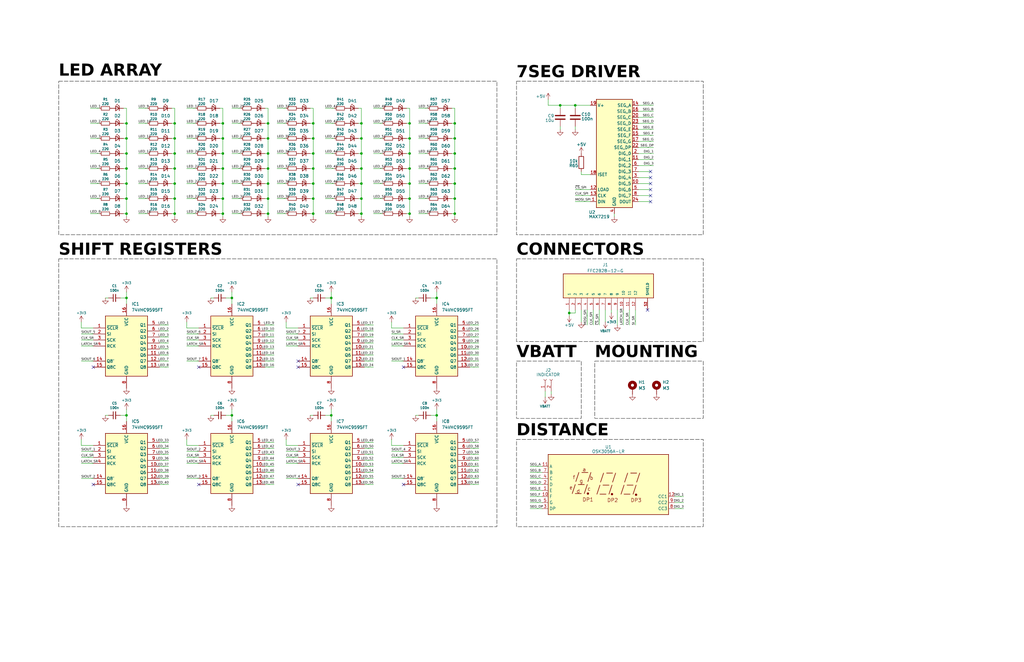
<source format=kicad_sch>
(kicad_sch (version 20250114) (generator "eeschema") (generator_version "9.0")
  (paper "User" 431.8 279.4)
  (rectangle (start 24.765 34.29) (end 209.55 99.06) (stroke (width 0) (type dash) (color 0 0 0 1)))
  (rectangle (start 217.805 109.22) (end 296.545 144.145) (stroke (width 0) (type dash) (color 0 0 0 1)))
  (rectangle (start 217.805 185.42) (end 296.545 222.25) (stroke (width 0) (type dash) (color 0 0 0 1)))
  (rectangle (start 24.765 109.22) (end 209.55 222.25) (stroke (width 0) (type dash) (color 0 0 0 1)))
  (rectangle (start 250.825 152.4) (end 296.545 176.53) (stroke (width 0) (type dash) (color 0 0 0 1)))
  (rectangle (start 217.805 152.4) (end 245.11 176.53) (stroke (width 0) (type dash) (color 0 0 0 1)))
  (rectangle (start 217.805 34.29) (end 296.545 99.06) (stroke (width 0) (type dash) (color 0 0 0 1)))
  (text "7SEG DRIVER" (at 217.805 34.925 0) (effects (font (size 5 5) (thickness 1.2) (bold yes)) (justify left bottom)))
  (text "SHIFT REGISTERS" (at 24.765 109.855 0) (effects (font (size 5 5) (thickness 1.2) (bold yes)) (justify left bottom)))
  (text "MOUNTING" (at 250.825 153.035 0) (effects (font (size 5 5) (thickness 1.2) (bold yes)) (justify left bottom)))
  (text "LED ARRAY" (at 24.765 34.29 0) (effects (font (size 5 5) (thickness 1.2) (bold yes)) (justify left bottom)))
  (text "VBATT" (at 217.805 153.035 0) (effects (font (size 5 5) (thickness 1.2) (bold yes)) (justify left bottom)))
  (text "CONNECTORS" (at 217.805 109.855 0) (effects (font (size 5 5) (thickness 1.2) (bold yes)) (justify left bottom)))
  (text "DISTANCE" (at 217.805 186.055 0) (effects (font (size 5 5) (thickness 1.2) (bold yes)) (justify left bottom)))
  (junction (at 113.03 83.82))
  (junction (at 172.72 90.17))
  (junction (at 236.22 44.45))
  (junction (at 93.98 90.17))
  (junction (at 53.34 90.17))
  (junction (at 53.34 175.26))
  (junction (at 184.15 175.26))
  (junction (at 191.77 52.07))
  (junction (at 172.72 77.47))
  (junction (at 132.08 58.42))
  (junction (at 73.66 58.42))
  (junction (at 132.08 71.12))
  (junction (at 93.98 77.47))
  (junction (at 172.72 83.82))
  (junction (at 53.34 125.73))
  (junction (at 139.7 175.26))
  (junction (at 73.66 83.82))
  (junction (at 184.15 125.73))
  (junction (at 191.77 71.12))
  (junction (at 152.4 71.12))
  (junction (at 191.77 77.47))
  (junction (at 93.98 52.07))
  (junction (at 191.77 58.42))
  (junction (at 172.72 52.07))
  (junction (at 53.34 58.42))
  (junction (at 191.77 83.82))
  (junction (at 152.4 58.42))
  (junction (at 73.66 90.17))
  (junction (at 73.66 64.77))
  (junction (at 191.77 64.77))
  (junction (at 53.34 83.82))
  (junction (at 73.66 52.07))
  (junction (at 152.4 83.82))
  (junction (at 113.03 64.77))
  (junction (at 113.03 90.17))
  (junction (at 240.03 132.08))
  (junction (at 172.72 58.42))
  (junction (at 97.79 125.73))
  (junction (at 172.72 71.12))
  (junction (at 93.98 83.82))
  (junction (at 113.03 71.12))
  (junction (at 113.03 58.42))
  (junction (at 132.08 64.77))
  (junction (at 73.66 71.12))
  (junction (at 132.08 52.07))
  (junction (at 191.77 90.17))
  (junction (at 113.03 77.47))
  (junction (at 97.79 175.26))
  (junction (at 93.98 58.42))
  (junction (at 113.03 52.07))
  (junction (at 53.34 77.47))
  (junction (at 93.98 71.12))
  (junction (at 73.66 77.47))
  (junction (at 132.08 77.47))
  (junction (at 152.4 64.77))
  (junction (at 139.7 125.73))
  (junction (at 152.4 77.47))
  (junction (at 93.98 64.77))
  (junction (at 53.34 64.77))
  (junction (at 152.4 90.17))
  (junction (at 53.34 52.07))
  (junction (at 152.4 52.07))
  (junction (at 53.34 71.12))
  (junction (at 242.57 44.45))
  (junction (at 132.08 83.82))
  (junction (at 132.08 90.17))
  (junction (at 172.72 64.77))
  (no_connect (at 170.18 154.94))
  (no_connect (at 274.32 80.01))
  (no_connect (at 83.82 204.47))
  (no_connect (at 274.32 77.47))
  (no_connect (at 125.73 152.4))
  (no_connect (at 170.18 204.47))
  (no_connect (at 39.37 154.94))
  (no_connect (at 125.73 204.47))
  (no_connect (at 125.73 154.94))
  (no_connect (at 274.32 74.93))
  (no_connect (at 274.32 72.39))
  (no_connect (at 274.32 85.09))
  (no_connect (at 83.82 154.94))
  (no_connect (at 39.37 204.47))
  (no_connect (at 274.32 82.55))
  (no_connect (at 273.05 130.81))
  (wire (pts (xy 240.03 132.08) (xy 242.57 132.08)))
  (wire (pts (xy 93.98 83.82) (xy 92.71 83.82)))
  (wire (pts (xy 137.16 125.73) (xy 139.7 125.73)))
  (wire (pts (xy 73.66 58.42) (xy 73.66 64.77)))
  (wire (pts (xy 176.53 83.82) (xy 180.34 83.82)))
  (wire (pts (xy 172.72 77.47) (xy 171.45 77.47)))
  (wire (pts (xy 152.4 83.82) (xy 151.13 83.82)))
  (wire (pts (xy 157.48 77.47) (xy 161.29 77.47)))
  (wire (pts (xy 93.98 77.47) (xy 92.71 77.47)))
  (wire (pts (xy 152.4 71.12) (xy 151.13 71.12)))
  (wire (pts (xy 93.98 45.72) (xy 93.98 52.07)))
  (wire (pts (xy 113.03 83.82) (xy 113.03 90.17)))
  (wire (pts (xy 176.53 77.47) (xy 180.34 77.47)))
  (wire (pts (xy 120.65 185.42) (xy 120.65 187.96)))
  (wire (pts (xy 198.12 142.24) (xy 201.93 142.24)))
  (wire (pts (xy 34.29 152.4) (xy 39.37 152.4)))
  (wire (pts (xy 267.97 130.81) (xy 267.97 137.16)))
  (wire (pts (xy 97.79 90.17) (xy 101.6 90.17)))
  (wire (pts (xy 34.29 193.04) (xy 39.37 193.04)))
  (wire (pts (xy 93.98 64.77) (xy 93.98 71.12)))
  (wire (pts (xy 181.61 125.73) (xy 184.15 125.73)))
  (wire (pts (xy 113.03 71.12) (xy 111.76 71.12)))
  (wire (pts (xy 275.59 59.69) (xy 269.24 59.69)))
  (wire (pts (xy 175.26 125.73) (xy 176.53 125.73)))
  (wire (pts (xy 275.59 49.53) (xy 269.24 49.53)))
  (wire (pts (xy 165.1 138.43) (xy 170.18 138.43)))
  (wire (pts (xy 58.42 71.12) (xy 62.23 71.12)))
  (wire (pts (xy 53.34 52.07) (xy 53.34 58.42)))
  (wire (pts (xy 111.76 142.24) (xy 115.57 142.24)))
  (wire (pts (xy 198.12 186.69) (xy 201.93 186.69)))
  (wire (pts (xy 191.77 64.77) (xy 190.5 64.77)))
  (wire (pts (xy 223.52 207.01) (xy 228.6 207.01)))
  (wire (pts (xy 78.74 185.42) (xy 78.74 187.96)))
  (wire (pts (xy 34.29 195.58) (xy 39.37 195.58)))
  (wire (pts (xy 58.42 77.47) (xy 62.23 77.47)))
  (wire (pts (xy 139.7 125.73) (xy 139.7 123.19)))
  (wire (pts (xy 153.67 149.86) (xy 157.48 149.86)))
  (wire (pts (xy 116.84 64.77) (xy 120.65 64.77)))
  (wire (pts (xy 255.27 130.81) (xy 255.27 135.89)))
  (wire (pts (xy 157.48 45.72) (xy 161.29 45.72)))
  (wire (pts (xy 111.76 191.77) (xy 115.57 191.77)))
  (wire (pts (xy 269.24 82.55) (xy 274.32 82.55)))
  (wire (pts (xy 139.7 175.26) (xy 139.7 172.72)))
  (wire (pts (xy 172.72 52.07) (xy 172.72 58.42)))
  (wire (pts (xy 67.31 196.85) (xy 71.12 196.85)))
  (wire (pts (xy 157.48 64.77) (xy 161.29 64.77)))
  (wire (pts (xy 223.52 196.85) (xy 228.6 196.85)))
  (wire (pts (xy 184.15 125.73) (xy 184.15 123.19)))
  (wire (pts (xy 247.65 130.81) (xy 247.65 137.16)))
  (wire (pts (xy 165.1 187.96) (xy 170.18 187.96)))
  (wire (pts (xy 97.79 58.42) (xy 101.6 58.42)))
  (wire (pts (xy 130.81 175.26) (xy 132.08 175.26)))
  (wire (pts (xy 50.8 175.26) (xy 53.34 175.26)))
  (wire (pts (xy 269.24 62.23) (xy 275.59 62.23)))
  (wire (pts (xy 201.93 201.93) (xy 198.12 201.93)))
  (wire (pts (xy 111.76 186.69) (xy 115.57 186.69)))
  (wire (pts (xy 67.31 194.31) (xy 71.12 194.31)))
  (wire (pts (xy 157.48 154.94) (xy 153.67 154.94)))
  (wire (pts (xy 288.29 212.09) (xy 284.48 212.09)))
  (wire (pts (xy 153.67 137.16) (xy 157.48 137.16)))
  (wire (pts (xy 191.77 71.12) (xy 191.77 77.47)))
  (wire (pts (xy 152.4 52.07) (xy 152.4 58.42)))
  (wire (pts (xy 132.08 90.17) (xy 130.81 90.17)))
  (wire (pts (xy 58.42 52.07) (xy 62.23 52.07)))
  (wire (pts (xy 201.93 154.94) (xy 198.12 154.94)))
  (wire (pts (xy 184.15 175.26) (xy 184.15 172.72)))
  (wire (pts (xy 44.45 175.26) (xy 45.72 175.26)))
  (wire (pts (xy 288.29 214.63) (xy 284.48 214.63)))
  (wire (pts (xy 152.4 58.42) (xy 152.4 64.77)))
  (wire (pts (xy 157.48 201.93) (xy 153.67 201.93)))
  (wire (pts (xy 152.4 64.77) (xy 151.13 64.77)))
  (wire (pts (xy 172.72 71.12) (xy 172.72 77.47)))
  (wire (pts (xy 157.48 71.12) (xy 161.29 71.12)))
  (wire (pts (xy 38.1 71.12) (xy 41.91 71.12)))
  (wire (pts (xy 120.65 195.58) (xy 125.73 195.58)))
  (wire (pts (xy 38.1 77.47) (xy 41.91 77.47)))
  (wire (pts (xy 67.31 147.32) (xy 71.12 147.32)))
  (wire (pts (xy 71.12 154.94) (xy 67.31 154.94)))
  (wire (pts (xy 153.67 147.32) (xy 157.48 147.32)))
  (wire (pts (xy 157.48 152.4) (xy 153.67 152.4)))
  (wire (pts (xy 73.66 64.77) (xy 73.66 71.12)))
  (wire (pts (xy 137.16 90.17) (xy 140.97 90.17)))
  (wire (pts (xy 78.74 77.47) (xy 82.55 77.47)))
  (wire (pts (xy 78.74 135.89) (xy 78.74 138.43)))
  (wire (pts (xy 191.77 58.42) (xy 191.77 64.77)))
  (wire (pts (xy 73.66 58.42) (xy 72.39 58.42)))
  (wire (pts (xy 165.1 140.97) (xy 170.18 140.97)))
  (wire (pts (xy 152.4 71.12) (xy 152.4 77.47)))
  (wire (pts (xy 232.41 166.37) (xy 232.41 165.1)))
  (wire (pts (xy 34.29 138.43) (xy 39.37 138.43)))
  (wire (pts (xy 137.16 52.07) (xy 140.97 52.07)))
  (wire (pts (xy 78.74 138.43) (xy 83.82 138.43)))
  (wire (pts (xy 34.29 190.5) (xy 39.37 190.5)))
  (wire (pts (xy 111.76 137.16) (xy 115.57 137.16)))
  (wire (pts (xy 73.66 52.07) (xy 73.66 58.42)))
  (wire (pts (xy 275.59 54.61) (xy 269.24 54.61)))
  (wire (pts (xy 113.03 77.47) (xy 111.76 77.47)))
  (wire (pts (xy 223.52 204.47) (xy 228.6 204.47)))
  (wire (pts (xy 67.31 186.69) (xy 71.12 186.69)))
  (wire (pts (xy 73.66 83.82) (xy 73.66 90.17)))
  (wire (pts (xy 53.34 177.8) (xy 53.34 175.26)))
  (wire (pts (xy 274.32 77.47) (xy 269.24 77.47)))
  (wire (pts (xy 95.25 125.73) (xy 97.79 125.73)))
  (wire (pts (xy 223.52 214.63) (xy 228.6 214.63)))
  (wire (pts (xy 97.79 177.8) (xy 97.79 175.26)))
  (wire (pts (xy 78.74 90.17) (xy 82.55 90.17)))
  (wire (pts (xy 184.15 177.8) (xy 184.15 175.26)))
  (wire (pts (xy 34.29 187.96) (xy 39.37 187.96)))
  (wire (pts (xy 38.1 45.72) (xy 41.91 45.72)))
  (wire (pts (xy 53.34 64.77) (xy 52.07 64.77)))
  (wire (pts (xy 132.08 45.72) (xy 132.08 52.07)))
  (wire (pts (xy 73.66 71.12) (xy 72.39 71.12)))
  (wire (pts (xy 78.74 152.4) (xy 83.82 152.4)))
  (wire (pts (xy 137.16 83.82) (xy 140.97 83.82)))
  (wire (pts (xy 113.03 77.47) (xy 113.03 83.82)))
  (wire (pts (xy 132.08 64.77) (xy 130.81 64.77)))
  (wire (pts (xy 78.74 64.77) (xy 82.55 64.77)))
  (wire (pts (xy 191.77 71.12) (xy 190.5 71.12)))
  (wire (pts (xy 53.34 58.42) (xy 52.07 58.42)))
  (wire (pts (xy 34.29 201.93) (xy 39.37 201.93)))
  (wire (pts (xy 120.65 140.97) (xy 125.73 140.97)))
  (wire (pts (xy 172.72 58.42) (xy 171.45 58.42)))
  (wire (pts (xy 58.42 90.17) (xy 62.23 90.17)))
  (wire (pts (xy 165.1 201.93) (xy 170.18 201.93)))
  (wire (pts (xy 120.65 138.43) (xy 125.73 138.43)))
  (wire (pts (xy 78.74 143.51) (xy 83.82 143.51)))
  (wire (pts (xy 152.4 90.17) (xy 151.13 90.17)))
  (wire (pts (xy 152.4 52.07) (xy 151.13 52.07)))
  (wire (pts (xy 95.25 175.26) (xy 97.79 175.26)))
  (wire (pts (xy 97.79 128.27) (xy 97.79 125.73)))
  (wire (pts (xy 111.76 194.31) (xy 115.57 194.31)))
  (wire (pts (xy 152.4 45.72) (xy 151.13 45.72)))
  (wire (pts (xy 165.1 190.5) (xy 170.18 190.5)))
  (wire (pts (xy 176.53 52.07) (xy 180.34 52.07)))
  (wire (pts (xy 275.59 57.15) (xy 269.24 57.15)))
  (wire (pts (xy 175.26 175.26) (xy 176.53 175.26)))
  (wire (pts (xy 172.72 90.17) (xy 171.45 90.17)))
  (wire (pts (xy 116.84 71.12) (xy 120.65 71.12)))
  (wire (pts (xy 113.03 45.72) (xy 111.76 45.72)))
  (wire (pts (xy 120.65 187.96) (xy 125.73 187.96)))
  (wire (pts (xy 172.72 77.47) (xy 172.72 83.82)))
  (wire (pts (xy 198.12 144.78) (xy 201.93 144.78)))
  (wire (pts (xy 53.34 52.07) (xy 52.07 52.07)))
  (wire (pts (xy 73.66 91.44) (xy 73.66 90.17)))
  (wire (pts (xy 132.08 71.12) (xy 130.81 71.12)))
  (wire (pts (xy 34.29 146.05) (xy 39.37 146.05)))
  (wire (pts (xy 67.31 149.86) (xy 71.12 149.86)))
  (wire (pts (xy 115.57 201.93) (xy 111.76 201.93)))
  (wire (pts (xy 275.59 46.99) (xy 269.24 46.99)))
  (wire (pts (xy 165.1 143.51) (xy 170.18 143.51)))
  (wire (pts (xy 97.79 77.47) (xy 101.6 77.47)))
  (wire (pts (xy 165.1 146.05) (xy 170.18 146.05)))
  (wire (pts (xy 191.77 52.07) (xy 191.77 58.42)))
  (wire (pts (xy 198.12 149.86) (xy 201.93 149.86)))
  (wire (pts (xy 242.57 54.61) (xy 242.57 53.34)))
  (wire (pts (xy 137.16 71.12) (xy 140.97 71.12)))
  (wire (pts (xy 240.03 130.81) (xy 240.03 132.08)))
  (wire (pts (xy 53.34 83.82) (xy 52.07 83.82)))
  (wire (pts (xy 275.59 67.31) (xy 269.24 67.31)))
  (wire (pts (xy 165.1 135.89) (xy 165.1 138.43)))
  (wire (pts (xy 78.74 52.07) (xy 82.55 52.07)))
  (wire (pts (xy 73.66 77.47) (xy 72.39 77.47)))
  (wire (pts (xy 137.16 58.42) (xy 140.97 58.42)))
  (wire (pts (xy 152.4 83.82) (xy 152.4 90.17)))
  (wire (pts (xy 53.34 77.47) (xy 53.34 83.82)))
  (wire (pts (xy 252.73 130.81) (xy 252.73 137.16)))
  (wire (pts (xy 257.81 130.81) (xy 257.81 132.08)))
  (wire (pts (xy 38.1 64.77) (xy 41.91 64.77)))
  (wire (pts (xy 137.16 64.77) (xy 140.97 64.77)))
  (wire (pts (xy 259.08 90.17) (xy 259.08 91.44)))
  (wire (pts (xy 97.79 83.82) (xy 101.6 83.82)))
  (wire (pts (xy 191.77 77.47) (xy 190.5 77.47)))
  (wire (pts (xy 111.76 147.32) (xy 115.57 147.32)))
  (wire (pts (xy 165.1 152.4) (xy 170.18 152.4)))
  (wire (pts (xy 172.72 45.72) (xy 172.72 52.07)))
  (wire (pts (xy 116.84 77.47) (xy 120.65 77.47)))
  (wire (pts (xy 111.76 196.85) (xy 115.57 196.85)))
  (wire (pts (xy 78.74 83.82) (xy 82.55 83.82)))
  (wire (pts (xy 132.08 83.82) (xy 130.81 83.82)))
  (wire (pts (xy 78.74 146.05) (xy 83.82 146.05)))
  (wire (pts (xy 172.72 71.12) (xy 171.45 71.12)))
  (wire (pts (xy 111.76 199.39) (xy 115.57 199.39)))
  (wire (pts (xy 191.77 45.72) (xy 190.5 45.72)))
  (wire (pts (xy 58.42 83.82) (xy 62.23 83.82)))
  (wire (pts (xy 152.4 45.72) (xy 152.4 52.07)))
  (wire (pts (xy 198.12 137.16) (xy 201.93 137.16)))
  (wire (pts (xy 137.16 175.26) (xy 139.7 175.26)))
  (wire (pts (xy 113.03 71.12) (xy 113.03 77.47)))
  (wire (pts (xy 242.57 44.45) (xy 248.92 44.45)))
  (wire (pts (xy 274.32 74.93) (xy 269.24 74.93)))
  (wire (pts (xy 73.66 71.12) (xy 73.66 77.47)))
  (wire (pts (xy 115.57 152.4) (xy 111.76 152.4)))
  (wire (pts (xy 157.48 58.42) (xy 161.29 58.42)))
  (wire (pts (xy 93.98 52.07) (xy 92.71 52.07)))
  (wire (pts (xy 153.67 186.69) (xy 157.48 186.69)))
  (wire (pts (xy 130.81 125.73) (xy 132.08 125.73)))
  (wire (pts (xy 73.66 83.82) (xy 72.39 83.82)))
  (wire (pts (xy 116.84 52.07) (xy 120.65 52.07)))
  (wire (pts (xy 53.34 45.72) (xy 52.07 45.72)))
  (wire (pts (xy 78.74 190.5) (xy 83.82 190.5)))
  (wire (pts (xy 120.65 201.93) (xy 125.73 201.93)))
  (wire (pts (xy 223.52 212.09) (xy 228.6 212.09)))
  (wire (pts (xy 120.65 193.04) (xy 125.73 193.04)))
  (wire (pts (xy 191.77 52.07) (xy 190.5 52.07)))
  (wire (pts (xy 275.59 44.45) (xy 269.24 44.45)))
  (wire (pts (xy 113.03 58.42) (xy 111.76 58.42)))
  (wire (pts (xy 152.4 77.47) (xy 152.4 83.82)))
  (wire (pts (xy 93.98 64.77) (xy 92.71 64.77)))
  (wire (pts (xy 153.67 191.77) (xy 157.48 191.77)))
  (wire (pts (xy 172.72 45.72) (xy 171.45 45.72)))
  (wire (pts (xy 191.77 83.82) (xy 190.5 83.82)))
  (wire (pts (xy 67.31 199.39) (xy 71.12 199.39)))
  (wire (pts (xy 93.98 91.44) (xy 93.98 90.17)))
  (wire (pts (xy 53.34 64.77) (xy 53.34 71.12)))
  (wire (pts (xy 153.67 189.23) (xy 157.48 189.23)))
  (wire (pts (xy 71.12 201.93) (xy 67.31 201.93)))
  (wire (pts (xy 53.34 77.47) (xy 52.07 77.47)))
  (wire (pts (xy 93.98 77.47) (xy 93.98 83.82)))
  (wire (pts (xy 44.45 125.73) (xy 45.72 125.73)))
  (wire (pts (xy 115.57 204.47) (xy 111.76 204.47)))
  (wire (pts (xy 172.72 64.77) (xy 172.72 71.12)))
  (wire (pts (xy 88.9 175.26) (xy 90.17 175.26)))
  (wire (pts (xy 50.8 125.73) (xy 53.34 125.73)))
  (wire (pts (xy 132.08 52.07) (xy 130.81 52.07)))
  (wire (pts (xy 116.84 83.82) (xy 120.65 83.82)))
  (wire (pts (xy 153.67 199.39) (xy 157.48 199.39)))
  (wire (pts (xy 113.03 58.42) (xy 113.03 64.77)))
  (wire (pts (xy 184.15 128.27) (xy 184.15 125.73)))
  (wire (pts (xy 157.48 204.47) (xy 153.67 204.47)))
  (wire (pts (xy 245.11 72.39) (xy 245.11 73.66)))
  (wire (pts (xy 93.98 58.42) (xy 93.98 64.77)))
  (wire (pts (xy 176.53 64.77) (xy 180.34 64.77)))
  (wire (pts (xy 152.4 77.47) (xy 151.13 77.47)))
  (wire (pts (xy 71.12 152.4) (xy 67.31 152.4)))
  (wire (pts (xy 73.66 45.72) (xy 72.39 45.72)))
  (wire (pts (xy 97.79 71.12) (xy 101.6 71.12)))
  (wire (pts (xy 153.67 194.31) (xy 157.48 194.31)))
  (wire (pts (xy 113.03 52.07) (xy 111.76 52.07)))
  (wire (pts (xy 38.1 90.17) (xy 41.91 90.17)))
  (wire (pts (xy 191.77 83.82) (xy 191.77 90.17)))
  (wire (pts (xy 78.74 195.58) (xy 83.82 195.58)))
  (wire (pts (xy 38.1 52.07) (xy 41.91 52.07)))
  (wire (pts (xy 242.57 82.55) (xy 248.92 82.55)))
  (wire (pts (xy 73.66 52.07) (xy 72.39 52.07)))
  (wire (pts (xy 172.72 58.42) (xy 172.72 64.77)))
  (wire (pts (xy 198.12 139.7) (xy 201.93 139.7)))
  (wire (pts (xy 116.84 90.17) (xy 120.65 90.17)))
  (wire (pts (xy 262.89 137.16) (xy 262.89 130.81)))
  (wire (pts (xy 250.19 137.16) (xy 250.19 130.81)))
  (wire (pts (xy 198.12 147.32) (xy 201.93 147.32)))
  (wire (pts (xy 78.74 45.72) (xy 82.55 45.72)))
  (wire (pts (xy 176.53 71.12) (xy 180.34 71.12)))
  (wire (pts (xy 198.12 194.31) (xy 201.93 194.31)))
  (wire (pts (xy 120.65 135.89) (xy 120.65 138.43)))
  (wire (pts (xy 236.22 45.72) (xy 236.22 44.45)))
  (wire (pts (xy 73.66 90.17) (xy 72.39 90.17)))
  (wire (pts (xy 172.72 83.82) (xy 171.45 83.82)))
  (wire (pts (xy 191.77 90.17) (xy 190.5 90.17)))
  (wire (pts (xy 191.77 64.77) (xy 191.77 71.12)))
  (wire (pts (xy 120.65 146.05) (xy 125.73 146.05)))
  (wire (pts (xy 157.48 52.07) (xy 161.29 52.07)))
  (wire (pts (xy 132.08 58.42) (xy 130.81 58.42)))
  (wire (pts (xy 242.57 132.08) (xy 242.57 130.81)))
  (wire (pts (xy 172.72 91.44) (xy 172.72 90.17)))
  (wire (pts (xy 93.98 45.72) (xy 92.71 45.72)))
  (wire (pts (xy 139.7 177.8) (xy 139.7 175.26)))
  (wire (pts (xy 78.74 58.42) (xy 82.55 58.42)))
  (wire (pts (xy 152.4 58.42) (xy 151.13 58.42)))
  (wire (pts (xy 73.66 45.72) (xy 73.66 52.07)))
  (wire (pts (xy 111.76 144.78) (xy 115.57 144.78)))
  (wire (pts (xy 176.53 58.42) (xy 180.34 58.42)))
  (wire (pts (xy 153.67 139.7) (xy 157.48 139.7)))
  (wire (pts (xy 93.98 52.07) (xy 93.98 58.42)))
  (wire (pts (xy 275.59 52.07) (xy 269.24 52.07)))
  (wire (pts (xy 93.98 83.82) (xy 93.98 90.17)))
  (wire (pts (xy 78.74 187.96) (xy 83.82 187.96)))
  (wire (pts (xy 231.14 41.91) (xy 231.14 44.45)))
  (wire (pts (xy 34.29 140.97) (xy 39.37 140.97)))
  (wire (pts (xy 172.72 52.07) (xy 171.45 52.07)))
  (wire (pts (xy 132.08 83.82) (xy 132.08 90.17)))
  (wire (pts (xy 78.74 193.04) (xy 83.82 193.04)))
  (wire (pts (xy 97.79 125.73) (xy 97.79 123.19)))
  (wire (pts (xy 93.98 90.17) (xy 92.71 90.17)))
  (wire (pts (xy 236.22 54.61) (xy 236.22 53.34)))
  (wire (pts (xy 153.67 144.78) (xy 157.48 144.78)))
  (wire (pts (xy 172.72 83.82) (xy 172.72 90.17)))
  (wire (pts (xy 67.31 137.16) (xy 71.12 137.16)))
  (wire (pts (xy 113.03 83.82) (xy 111.76 83.82)))
  (wire (pts (xy 111.76 189.23) (xy 115.57 189.23)))
  (wire (pts (xy 116.84 58.42) (xy 120.65 58.42)))
  (wire (pts (xy 97.79 175.26) (xy 97.79 172.72)))
  (wire (pts (xy 274.32 72.39) (xy 269.24 72.39)))
  (wire (pts (xy 53.34 91.44) (xy 53.34 90.17)))
  (wire (pts (xy 165.1 195.58) (xy 170.18 195.58)))
  (wire (pts (xy 223.52 201.93) (xy 228.6 201.93)))
  (wire (pts (xy 157.48 83.82) (xy 161.29 83.82)))
  (wire (pts (xy 245.11 135.89) (xy 245.11 130.81)))
  (wire (pts (xy 53.34 45.72) (xy 53.34 52.07)))
  (wire (pts (xy 113.03 64.77) (xy 111.76 64.77)))
  (wire (pts (xy 198.12 199.39) (xy 201.93 199.39)))
  (wire (pts (xy 93.98 71.12) (xy 92.71 71.12)))
  (wire (pts (xy 152.4 91.44) (xy 152.4 90.17)))
  (wire (pts (xy 53.34 128.27) (xy 53.34 125.73)))
  (wire (pts (xy 78.74 71.12) (xy 82.55 71.12)))
  (wire (pts (xy 97.79 64.77) (xy 101.6 64.77)))
  (wire (pts (xy 137.16 45.72) (xy 140.97 45.72)))
  (wire (pts (xy 120.65 143.51) (xy 125.73 143.51)))
  (wire (pts (xy 53.34 90.17) (xy 52.07 90.17)))
  (wire (pts (xy 58.42 64.77) (xy 62.23 64.77)))
  (wire (pts (xy 93.98 58.42) (xy 92.71 58.42)))
  (wire (pts (xy 191.77 45.72) (xy 191.77 52.07)))
  (wire (pts (xy 229.87 167.64) (xy 229.87 165.1)))
  (wire (pts (xy 275.59 64.77) (xy 269.24 64.77)))
  (wire (pts (xy 242.57 45.72) (xy 242.57 44.45)))
  (wire (pts (xy 139.7 128.27) (xy 139.7 125.73)))
  (wire (pts (xy 132.08 71.12) (xy 132.08 77.47)))
  (wire (pts (xy 116.84 45.72) (xy 120.65 45.72)))
  (wire (pts (xy 53.34 125.73) (xy 53.34 123.19)))
  (wire (pts (xy 132.08 58.42) (xy 132.08 64.77)))
  (wire (pts (xy 34.29 143.51) (xy 39.37 143.51)))
  (wire (pts (xy 67.31 189.23) (xy 71.12 189.23)))
  (wire (pts (xy 157.48 90.17) (xy 161.29 90.17)))
  (wire (pts (xy 176.53 45.72) (xy 180.34 45.72)))
  (wire (pts (xy 132.08 64.77) (xy 132.08 71.12)))
  (wire (pts (xy 38.1 58.42) (xy 41.91 58.42)))
  (wire (pts (xy 53.34 71.12) (xy 53.34 77.47)))
  (wire (pts (xy 53.34 71.12) (xy 52.07 71.12)))
  (wire (pts (xy 113.03 52.07) (xy 113.03 58.42)))
  (wire (pts (xy 53.34 58.42) (xy 53.34 64.77)))
  (wire (pts (xy 240.03 132.08) (xy 240.03 133.35)))
  (wire (pts (xy 198.12 191.77) (xy 201.93 191.77)))
  (wire (pts (xy 274.32 80.01) (xy 269.24 80.01)))
  (wire (pts (xy 265.43 130.81) (xy 265.43 137.16)))
  (wire (pts (xy 73.66 64.77) (xy 72.39 64.77)))
  (wire (pts (xy 198.12 189.23) (xy 201.93 189.23)))
  (wire (pts (xy 231.14 44.45) (xy 236.22 44.45)))
  (wire (pts (xy 67.31 139.7) (xy 71.12 139.7)))
  (wire (pts (xy 111.76 139.7) (xy 115.57 139.7)))
  (wire (pts (xy 242.57 80.01) (xy 248.92 80.01)))
  (wire (pts (xy 236.22 44.45) (xy 242.57 44.45)))
  (wire (pts (xy 78.74 201.93) (xy 83.82 201.93)))
  (wire (pts (xy 53.34 175.26) (xy 53.34 172.72)))
  (wire (pts (xy 132.08 77.47) (xy 132.08 83.82)))
  (wire (pts (xy 223.52 199.39) (xy 228.6 199.39)))
  (wire (pts (xy 34.29 135.89) (xy 34.29 138.43)))
  (wire (pts (xy 165.1 193.04) (xy 170.18 193.04)))
  (wire (pts (xy 115.57 154.94) (xy 111.76 154.94)))
  (wire (pts (xy 38.1 83.82) (xy 41.91 83.82)))
  (wire (pts (xy 153.67 196.85) (xy 157.48 196.85)))
  (wire (pts (xy 201.93 204.47) (xy 198.12 204.47)))
  (wire (pts (xy 113.03 64.77) (xy 113.03 71.12)))
  (wire (pts (xy 153.67 142.24) (xy 157.48 142.24)))
  (wire (pts (xy 152.4 64.77) (xy 152.4 71.12)))
  (wire (pts (xy 288.29 209.55) (xy 284.48 209.55)))
  (wire (pts (xy 242.57 85.09) (xy 248.92 85.09)))
  (wire (pts (xy 176.53 90.17) (xy 180.34 90.17)))
  (wire (pts (xy 113.03 90.17) (xy 111.76 90.17)))
  (wire (pts (xy 198.12 196.85) (xy 201.93 196.85)))
  (wire (pts (xy 58.42 45.72) (xy 62.23 45.72)))
  (wire (pts (xy 97.79 52.07) (xy 101.6 52.07)))
  (wire (pts (xy 58.42 58.42) (xy 62.23 58.42)))
  (wire (pts (xy 191.77 91.44) (xy 191.77 90.17)))
  (wire (pts (xy 245.11 73.66) (xy 248.92 73.66)))
  (wire (pts (xy 191.77 58.42) (xy 190.5 58.42)))
  (wire (pts (xy 71.12 204.47) (xy 67.31 204.47)))
  (wire (pts (xy 132.08 52.07) (xy 132.08 58.42)))
  (wire (pts (xy 34.29 185.42) (xy 34.29 187.96)))
  (wire (pts (xy 78.74 140.97) (xy 83.82 140.97)))
  (wire (pts (xy 223.52 209.55) (xy 228.6 209.55)))
  (wire (pts (xy 67.31 144.78) (xy 71.12 144.78)))
  (wire (pts (xy 191.77 77.47) (xy 191.77 83.82)))
  (wire (pts (xy 97.79 45.72) (xy 101.6 45.72)))
  (wire (pts (xy 53.34 83.82) (xy 53.34 90.17)))
  (wire (pts (xy 260.35 137.16) (xy 260.35 130.81)))
  (wire (pts (xy 172.72 64.77) (xy 171.45 64.77)))
  (wire (pts (xy 88.9 125.73) (xy 90.17 125.73)))
  (wire (pts (xy 132.08 77.47) (xy 130.81 77.47)))
  (wire (pts (xy 113.03 45.72) (xy 113.03 52.07)))
  (wire (pts (xy 111.76 149.86) (xy 115.57 149.86)))
  (wire (pts (xy 201.93 152.4) (xy 198.12 152.4)))
  (wire (pts (xy 275.59 69.85) (xy 269.24 69.85)))
  (wire (pts (xy 181.61 175.26) (xy 184.15 175.26)))
  (wire (pts (xy 132.08 45.72) (xy 130.81 45.72)))
  (wire (pts (xy 113.03 91.44) (xy 113.03 90.17)))
  (wire (pts (xy 137.16 77.47) (xy 140.97 77.47)))
  (wire (pts (xy 93.98 71.12) (xy 93.98 77.47)))
  (wire (pts (xy 120.65 190.5) (xy 125.73 190.5)))
  (wire (pts (xy 73.66 77.47) (xy 73.66 83.82)))
  (wire (pts (xy 132.08 91.44) (xy 132.08 90.17)))
  (wire (pts (xy 269.24 85.09) (xy 274.32 85.09)))
  (wire (pts (xy 67.31 191.77) (xy 71.12 191.77)))
  (wire (pts (xy 67.31 142.24) (xy 71.12 142.24)))
  (wire (pts (xy 165.1 185.42) (xy 165.1 187.96)))
  (image (at -66.675 116.205))
  (label "LED_21" (at 157.48 147.32 180) (effects (font (size 1 1))))
  (label "LED_13" (at 58.42 71.12 0) (effects (font (size 1 1))))
  (label "LED_36" (at 116.84 64.77 0) (effects (font (size 1 1))))
  (label "CLK_SR" (at 165.1 143.51 0) (effects (font (size 1 1))))
  (label "LATCH_SR" (at 165.1 195.58 0) (effects (font (size 1 1))))
  (label "LED_49" (at 157.48 186.69 180) (effects (font (size 1 1))))
  (label "LED_52" (at 157.48 64.77 0) (effects (font (size 1 1))))
  (label "LED_12" (at 115.57 144.78 180) (effects (font (size 1 1))))
  (label "LATCH_SR" (at 165.1 146.05 0) (effects (font (size 1 1))))
  (label "LED_23" (at 78.74 83.82 0) (effects (font (size 1 1))))
  (label "LED_39" (at 116.84 83.82 0) (effects (font (size 1 1))))
  (label "SEG_F" (at 223.52 209.55 0) (effects (font (size 1 1))))
  (label "LED_22" (at 78.74 77.47 0) (effects (font (size 1 1))))
  (label "LED_46" (at 137.16 77.47 0) (effects (font (size 1 1))))
  (label "DIG_3" (at 288.29 214.63 180) (effects (font (size 1 1))))
  (label "LED_41" (at 115.57 186.69 180) (effects (font (size 1 1))))
  (label "LED_37" (at 116.84 71.12 0) (effects (font (size 1 1))))
  (label "LED_42" (at 115.57 189.23 180) (effects (font (size 1 1))))
  (label "LED_24" (at 157.48 154.94 180) (effects (font (size 1 1))))
  (label "LATCH_SR" (at 34.29 146.05 0) (effects (font (size 1 1))))
  (label "LED_42" (at 137.16 52.07 0) (effects (font (size 1 1))))
  (label "LED_28" (at 201.93 144.78 180) (effects (font (size 1 1))))
  (label "SEG_B" (at 223.52 199.39 0) (effects (font (size 1 1))))
  (label "LED_59" (at 201.93 191.77 180) (effects (font (size 1 1))))
  (label "LED_27" (at 201.93 142.24 180) (effects (font (size 1 1))))
  (label "LED_15" (at 115.57 152.4 180) (effects (font (size 1 1))))
  (label "SIOUT_3" (at 120.65 190.5 0) (effects (font (size 1 1))))
  (label "SEG_E" (at 223.52 207.01 0) (effects (font (size 1 1))))
  (label "LED_27" (at 97.79 58.42 0) (effects (font (size 1 1))))
  (label "CLK_SR" (at 120.65 193.04 0) (effects (font (size 1 1))))
  (label "LED_40" (at 116.84 90.17 0) (effects (font (size 1 1))))
  (label "LED_44" (at 137.16 64.77 0) (effects (font (size 1 1))))
  (label "LED_60" (at 201.93 194.31 180) (effects (font (size 1 1))))
  (label "LED_35" (at 71.12 191.77 180) (effects (font (size 1 1))))
  (label "LED_61" (at 176.53 71.12 0) (effects (font (size 1 1))))
  (label "LED_47" (at 137.16 83.82 0) (effects (font (size 1 1))))
  (label "LED_60" (at 176.53 64.77 0) (effects (font (size 1 1))))
  (label "LED_45" (at 115.57 196.85 180) (effects (font (size 1 1))))
  (label "LED_44" (at 115.57 194.31 180) (effects (font (size 1 1))))
  (label "LED_12" (at 58.42 64.77 0) (effects (font (size 1 1))))
  (label "LED_43" (at 137.16 58.42 0) (effects (font (size 1 1))))
  (label "SEG_C" (at 223.52 201.93 0) (effects (font (size 1 1))))
  (label "LED_59" (at 176.53 58.42 0) (effects (font (size 1 1))))
  (label "LED_38" (at 71.12 199.39 180) (effects (font (size 1 1))))
  (label "LED_53" (at 157.48 196.85 180) (effects (font (size 1 1))))
  (label "LED_19" (at 157.48 142.24 180) (effects (font (size 1 1))))
  (label "LED_62" (at 201.93 199.39 180) (effects (font (size 1 1))))
  (label "SEG_B" (at 275.59 46.99 180) (effects (font (size 1 1))))
  (label "LED_4" (at 71.12 144.78 180) (effects (font (size 1 1))))
  (label "SIOUT_7" (at 120.65 140.97 0) (effects (font (size 1 1))))
  (label "LED_28" (at 97.79 64.77 0) (effects (font (size 1 1))))
  (label "CLK_SR" (at 78.74 193.04 0) (effects (font (size 1 1))))
  (label "LED_29" (at 97.79 71.12 0) (effects (font (size 1 1))))
  (label "SIOUT_2" (at 34.29 201.93 0) (effects (font (size 1 1))))
  (label "LED_14" (at 58.42 77.47 0) (effects (font (size 1 1))))
  (label "LED_57" (at 201.93 186.69 180) (effects (font (size 1 1))))
  (label "LED_39" (at 71.12 201.93 180) (effects (font (size 1 1))))
  (label "LED_16" (at 115.57 154.94 180) (effects (font (size 1 1))))
  (label "LED_16" (at 58.42 90.17 0) (effects (font (size 1 1))))
  (label "SIOUT_5" (at 34.29 140.97 0) (effects (font (size 1 1))))
  (label "SEG_G" (at 223.52 212.09 0) (effects (font (size 1 1))))
  (label "LED_64" (at 176.53 90.17 0) (effects (font (size 1 1))))
  (label "LED_61" (at 201.93 196.85 180) (effects (font (size 1 1))))
  (label "~{CS}_SPI" (at 252.73 137.16 90) (effects (font (size 1 1))))
  (label "LED_5" (at 38.1 71.12 0) (effects (font (size 1 1))))
  (label "LED_25" (at 201.93 137.16 180) (effects (font (size 1 1))))
  (label "SI_SR" (at 165.1 140.97 0) (effects (font (size 1 1))))
  (label "LED_63" (at 176.53 83.82 0) (effects (font (size 1 1))))
  (label "LED_50" (at 157.48 52.07 0) (effects (font (size 1 1))))
  (label "LED_41" (at 137.16 45.72 0) (effects (font (size 1 1))))
  (label "LED_17" (at 78.74 45.72 0) (effects (font (size 1 1))))
  (label "LATCH_SR" (at 120.65 146.05 0) (effects (font (size 1 1))))
  (label "LED_2" (at 71.12 139.7 180) (effects (font (size 1 1))))
  (label "LED_15" (at 58.42 83.82 0) (effects (font (size 1 1))))
  (label "LED_45" (at 137.16 71.12 0) (effects (font (size 1 1))))
  (label "LED_10" (at 58.42 52.07 0) (effects (font (size 1 1))))
  (label "LED_3" (at 38.1 58.42 0) (effects (font (size 1 1))))
  (label "SIOUT_6" (at 78.74 140.97 0) (effects (font (size 1 1))))
  (label "SEG_D" (at 275.59 52.07 180) (effects (font (size 1 1))))
  (label "LED_32" (at 201.93 154.94 180) (effects (font (size 1 1))))
  (label "LED_30" (at 97.79 77.47 0) (effects (font (size 1 1))))
  (label "SIOUT_6" (at 34.29 152.4 0) (effects (font (size 1 1))))
  (label "LED_48" (at 115.57 204.47 180) (effects (font (size 1 1))))
  (label "LED_19" (at 78.74 58.42 0) (effects (font (size 1 1))))
  (label "LED_64" (at 201.93 204.47 180) (effects (font (size 1 1))))
  (label "LED_11" (at 58.42 58.42 0) (effects (font (size 1 1))))
  (label "~{CS}_SPI" (at 242.57 80.01 0) (effects (font (size 1 1))))
  (label "LED_37" (at 71.12 196.85 180) (effects (font (size 1 1))))
  (label "SIOUT_3" (at 78.74 201.93 0) (effects (font (size 1 1))))
  (label "LED_62" (at 176.53 77.47 0) (effects (font (size 1 1))))
  (label "LED_17" (at 157.48 137.16 180) (effects (font (size 1 1))))
  (label "LATCH_SR" (at 78.74 195.58 0) (effects (font (size 1 1))))
  (label "SIOUT_7" (at 78.74 152.4 0) (effects (font (size 1 1))))
  (label "SIOUT_5" (at 165.1 201.93 0) (effects (font (size 1 1))))
  (label "LED_43" (at 115.57 191.77 180) (effects (font (size 1 1))))
  (label "LATCH_SR" (at 262.89 137.16 90) (effects (font (size 1 1))))
  (label "LED_35" (at 116.84 58.42 0) (effects (font (size 1 1))))
  (label "CLK_SR" (at 78.74 143.51 0) (effects (font (size 1 1))))
  (label "LED_21" (at 78.74 71.12 0) (effects (font (size 1 1))))
  (label "LED_34" (at 71.12 189.23 180) (effects (font (size 1 1))))
  (label "LED_10" (at 115.57 139.7 180) (effects (font (size 1 1))))
  (label "CLK_SR" (at 34.29 193.04 0) (effects (font (size 1 1))))
  (label "LED_9" (at 115.57 137.16 180) (effects (font (size 1 1))))
  (label "SEG_DP" (at 223.52 214.63 0) (effects (font (size 1 1))))
  (label "SI_SR" (at 267.97 137.16 90) (effects (font (size 1 1))))
  (label "LED_32" (at 97.79 90.17 0) (effects (font (size 1 1))))
  (label "LATCH_SR" (at 78.74 146.05 0) (effects (font (size 1 1))))
  (label "DIG_1" (at 288.29 209.55 180) (effects (font (size 1 1))))
  (label "LED_51" (at 157.48 58.42 0) (effects (font (size 1 1))))
  (label "LED_25" (at 97.79 45.72 0) (effects (font (size 1 1))))
  (label "LED_7" (at 71.12 152.4 180) (effects (font (size 1 1))))
  (label "LED_7" (at 38.1 83.82 0) (effects (font (size 1 1))))
  (label "LED_50" (at 157.48 189.23 180) (effects (font (size 1 1))))
  (label "LED_49" (at 157.48 45.72 0) (effects (font (size 1 1))))
  (label "LATCH_SR" (at 120.65 195.58 0) (effects (font (size 1 1))))
  (label "LED_33" (at 71.12 186.69 180) (effects (font (size 1 1))))
  (label "LED_58" (at 176.53 52.07 0) (effects (font (size 1 1))))
  (label "LED_6" (at 71.12 149.86 180) (effects (font (size 1 1))))
  (label "LED_13" (at 115.57 147.32 180) (effects (font (size 1 1))))
  (label "LED_30" (at 201.93 149.86 180) (effects (font (size 1 1))))
  (label "LED_11" (at 115.57 142.24 180) (effects (font (size 1 1))))
  (label "SIOUT_1" (at 34.29 190.5 0) (effects (font (size 1 1))))
  (label "LED_22" (at 157.48 149.86 180) (effects (font (size 1 1))))
  (label "LED_46" (at 115.57 199.39 180) (effects (font (size 1 1))))
  (label "LED_33" (at 116.84 45.72 0) (effects (font (size 1 1))))
  (label "LED_2" (at 38.1 52.07 0) (effects (font (size 1 1))))
  (label "SEG_C" (at 275.59 49.53 180) (effects (font (size 1 1))))
  (label "LED_8" (at 71.12 154.94 180) (effects (font (size 1 1))))
  (label "LED_51" (at 157.48 191.77 180) (effects (font (size 1 1))))
  (label "SEG_DP" (at 275.59 62.23 180) (effects (font (size 1 1))))
  (label "CLK_SR" (at 120.65 143.51 0) (effects (font (size 1 1))))
  (label "LED_54" (at 157.48 199.39 180) (effects (font (size 1 1))))
  (label "DIG_3" (at 275.59 69.85 180) (effects (font (size 1 1))))
  (label "LED_23" (at 157.48 152.4 180) (effects (font (size 1 1))))
  (label "LED_34" (at 116.84 52.07 0) (effects (font (size 1 1))))
  (label "SEG_E" (at 275.59 54.61 180) (effects (font (size 1 1))))
  (label "LED_24" (at 78.74 90.17 0) (effects (font (size 1 1))))
  (label "LED_31" (at 97.79 83.82 0) (effects (font (size 1 1))))
  (label "SIOUT_2" (at 78.74 190.5 0) (effects (font (size 1 1))))
  (label "LED_55" (at 157.48 201.93 180) (effects (font (size 1 1))))
  (label "LED_38" (at 116.84 77.47 0) (effects (font (size 1 1))))
  (label "LED_5" (at 71.12 147.32 180) (effects (font (size 1 1))))
  (label "LED_26" (at 201.93 139.7 180) (effects (font (size 1 1))))
  (label "LED_20" (at 157.48 144.78 180) (effects (font (size 1 1))))
  (label "LED_63" (at 201.93 201.93 180) (effects (font (size 1 1))))
  (label "LED_29" (at 201.93 147.32 180) (effects (font (size 1 1))))
  (label "LED_52" (at 157.48 194.31 180) (effects (font (size 1 1))))
  (label "DIG_2" (at 288.29 212.09 180) (effects (font (size 1 1))))
  (label "LED_4" (at 38.1 64.77 0) (effects (font (size 1 1))))
  (label "SEG_D" (at 223.52 204.47 0) (effects (font (size 1 1))))
  (label "SEG_A" (at 223.52 196.85 0) (effects (font (size 1 1))))
  (label "SEG_A" (at 275.59 44.45 180) (effects (font (size 1 1))))
  (label "LED_31" (at 201.93 152.4 180) (effects (font (size 1 1))))
  (label "LED_18" (at 157.48 139.7 180) (effects (font (size 1 1))))
  (label "LED_26" (at 97.79 52.07 0) (effects (font (size 1 1))))
  (label "LED_48" (at 137.16 90.17 0) (effects (font (size 1 1))))
  (label "LED_58" (at 201.93 189.23 180) (effects (font (size 1 1))))
  (label "LED_6" (at 38.1 77.47 0) (effects (font (size 1 1))))
  (label "LED_20" (at 78.74 64.77 0) (effects (font (size 1 1))))
  (label "CLK_SPI" (at 250.19 137.16 90) (effects (font (size 1 1))))
  (label "LED_56" (at 157.48 90.17 0) (effects (font (size 1 1))))
  (label "SEG_F" (at 275.59 57.15 180) (effects (font (size 1 1))))
  (label "DIG_1" (at 275.59 64.77 180) (effects (font (size 1 1))))
  (label "LED_47" (at 115.57 201.93 180) (effects (font (size 1 1))))
  (label "DIG_2" (at 275.59 67.31 180) (effects (font (size 1 1))))
  (label "LED_40" (at 71.12 204.47 180) (effects (font (size 1 1))))
  (label "LED_9" (at 58.42 45.72 0) (effects (font (size 1 1))))
  (label "MOSI_SPI" (at 242.57 85.09 0) (effects (font (size 1 1))))
  (label "LED_8" (at 38.1 90.17 0) (effects (font (size 1 1))))
  (label "CLK_SR" (at 165.1 193.04 0) (effects (font (size 1 1))))
  (label "MOSI_SPI" (at 247.65 137.16 90) (effects (font (size 1 1))))
  (label "SIOUT_4" (at 165.1 190.5 0) (effects (font (size 1 1))))
  (label "SIOUT_4" (at 120.65 201.93 0) (effects (font (size 1 1))))
  (label "LED_53" (at 157.48 71.12 0) (effects (font (size 1 1))))
  (label "LED_1" (at 38.1 45.72 0) (effects (font (size 1 1))))
  (label "SEG_G" (at 275.59 59.69 180) (effects (font (size 1 1))))
  (label "LED_3" (at 71.12 142.24 180) (effects (font (size 1 1))))
  (label "LED_1" (at 71.12 137.16 180) (effects (font (size 1 1))))
  (label "LED_36" (at 71.12 194.31 180) (effects (font (size 1 1))))
  (label "SIOUT_1" (at 165.1 152.4 0) (effects (font (size 1 1))))
  (label "LED_56" (at 157.48 204.47 180) (effects (font (size 1 1))))
  (label "LED_57" (at 176.53 45.72 0) (effects (font (size 1 1))))
  (label "CLK_SR" (at 34.29 143.51 0) (effects (font (size 1 1))))
  (label "CLK_SPI" (at 242.57 82.55 0) (effects (font (size 1 1))))
  (label "CLK_SR" (at 265.43 137.16 90) (effects (font (size 1 1))))
  (label "LED_18" (at 78.74 52.07 0) (effects (font (size 1 1))))
  (label "LED_55" (at 157.48 83.82 0) (effects (font (size 1 1))))
  (label "LED_54" (at 157.48 77.47 0) (effects (font (size 1 1))))
  (label "LATCH_SR" (at 34.29 195.58 0) (effects (font (size 1 1))))
  (label "LED_14" (at 115.57 149.86 180) (effects (font (size 1 1))))
  (symbol (lib_id "power:GND") (at 132.08 91.44 0) (mirror y) (unit 1)
    (property "Reference" "#PWR014" (effects (hide yes)))
    (property "Value" "GND" (effects (hide yes)))
  )
  (symbol (lib_id "Device:R_Small") (at 143.51 64.77 90) (unit 1)
    (property "Reference" "R44" (at 143.51 60.96 90) (effects (font (size 1 1))))
    (property "Value" "220" (at 143.51 62.865 90) (effects (font (size 1 1))))
    (property "Footprint" "Resistor_SMD:R_0603_1608Metric" (effects (hide yes)))
    (property "Description" "Resistor, small symbol" (effects (hide yes)))
  )
  (symbol (lib_id "power:GND") (at 175.26 125.73 0) (unit 1)
    (property "Reference" "#PWR021" (effects (hide yes)))
    (property "Value" "GND" (effects (hide yes)))
  )
  (symbol (lib_id "power:GND") (at 73.66 91.44 0) (mirror y) (unit 1)
    (property "Reference" "#PWR06" (effects (hide yes)))
    (property "Value" "GND" (effects (hide yes)))
  )
  (symbol (lib_id "Device:LED_Small") (at 148.59 45.72 0) (mirror y) (unit 1)
    (property "Reference" "D41" (at 148.59 42.545 0))
    (property "Value" "LED_Small" (effects (hide yes)))
    (property "Footprint" "LED_SMD:LED_0603_1608Metric" (effects (hide yes)))
    (property "Description" "Light emitting diode, small symbol" (effects (hide yes)))
    (property "Sim.Pin" "1=K 2=A" (effects (hide yes)))
  )
  (symbol (lib_id "Device:R_Small") (at 44.45 64.77 90) (unit 1)
    (property "Reference" "R4" (at 44.45 60.96 90) (effects (font (size 1 1))))
    (property "Value" "220" (at 44.45 62.865 90) (effects (font (size 1 1))))
    (property "Footprint" "Resistor_SMD:R_0603_1608Metric" (effects (hide yes)))
    (property "Description" "Resistor, small symbol" (effects (hide yes)))
  )
  (symbol (lib_id "Device:LED_Small") (at 49.53 77.47 0) (mirror y) (unit 1)
    (property "Reference" "D6" (at 49.53 74.295 0))
    (property "Value" "LED_Small" (effects (hide yes)))
    (property "Footprint" "LED_SMD:LED_0603_1608Metric" (effects (hide yes)))
    (property "Description" "Light emitting diode, small symbol" (effects (hide yes)))
    (property "Sim.Pin" "1=K 2=A" (effects (hide yes)))
  )
  (symbol (lib_id "Device:R_Small") (at 182.88 52.07 90) (unit 1)
    (property "Reference" "R58" (at 182.88 48.26 90) (effects (font (size 1 1))))
    (property "Value" "220" (at 182.88 50.165 90) (effects (font (size 1 1))))
    (property "Footprint" "Resistor_SMD:R_0603_1608Metric" (effects (hide yes)))
    (property "Description" "Resistor, small symbol" (effects (hide yes)))
  )
  (symbol (lib_id "power:VCC") (at 229.87 167.64 0) (mirror x) (unit 1)
    (property "Reference" "#PWR047" (effects (hide yes)))
    (property "Value" "VBATT" (at 229.87 171.45 0) (effects (font (size 1 1))))
    (property "Description" "Power symbol creates a global label with name \"VCC\"" (effects (hide yes)))
  )
  (symbol (lib_id "Device:LED_Small") (at 109.22 64.77 0) (mirror y) (unit 1)
    (property "Reference" "D28" (at 109.22 61.595 0))
    (property "Value" "LED_Small" (effects (hide yes)))
    (property "Footprint" "LED_SMD:LED_0603_1608Metric" (effects (hide yes)))
    (property "Description" "Light emitting diode, small symbol" (effects (hide yes)))
    (property "Sim.Pin" "1=K 2=A" (effects (hide yes)))
  )
  (symbol (lib_id "Device:LED_Small") (at 187.96 77.47 0) (mirror y) (unit 1)
    (property "Reference" "D62" (at 187.96 74.295 0))
    (property "Value" "LED_Small" (effects (hide yes)))
    (property "Footprint" "LED_SMD:LED_0603_1608Metric" (effects (hide yes)))
    (property "Description" "Light emitting diode, small symbol" (effects (hide yes)))
    (property "Sim.Pin" "1=K 2=A" (effects (hide yes)))
  )
  (symbol (lib_id "Device:R_Small") (at 104.14 77.47 90) (unit 1)
    (property "Reference" "R30" (at 104.14 73.66 90) (effects (font (size 1 1))))
    (property "Value" "220" (at 104.14 75.565 90) (effects (font (size 1 1))))
    (property "Footprint" "Resistor_SMD:R_0603_1608Metric" (effects (hide yes)))
    (property "Description" "Resistor, small symbol" (effects (hide yes)))
  )
  (symbol (lib_id "Device:LED_Small") (at 69.85 45.72 0) (mirror y) (unit 1)
    (property "Reference" "D9" (at 69.85 42.545 0))
    (property "Value" "LED_Small" (effects (hide yes)))
    (property "Footprint" "LED_SMD:LED_0603_1608Metric" (effects (hide yes)))
    (property "Description" "Light emitting diode, small symbol" (effects (hide yes)))
    (property "Sim.Pin" "1=K 2=A" (effects (hide yes)))
  )
  (symbol (lib_id "Device:LED_Small") (at 109.22 45.72 0) (mirror y) (unit 1)
    (property "Reference" "D25" (at 109.22 42.545 0))
    (property "Value" "LED_Small" (effects (hide yes)))
    (property "Footprint" "LED_SMD:LED_0603_1608Metric" (effects (hide yes)))
    (property "Description" "Light emitting diode, small symbol" (effects (hide yes)))
    (property "Sim.Pin" "1=K 2=A" (effects (hide yes)))
  )
  (symbol (lib_id "Device:LED_Small") (at 90.17 83.82 0) (mirror y) (unit 1)
    (property "Reference" "D23" (at 90.17 80.645 0))
    (property "Value" "LED_Small" (effects (hide yes)))
    (property "Footprint" "LED_SMD:LED_0603_1608Metric" (effects (hide yes)))
    (property "Description" "Light emitting diode, small symbol" (effects (hide yes)))
    (property "Sim.Pin" "1=K 2=A" (effects (hide yes)))
  )
  (symbol (lib_id "Device:R_Small") (at 163.83 90.17 90) (unit 1)
    (property "Reference" "R56" (at 163.83 86.36 90) (effects (font (size 1 1))))
    (property "Value" "220" (at 163.83 88.265 90) (effects (font (size 1 1))))
    (property "Footprint" "Resistor_SMD:R_0603_1608Metric" (effects (hide yes)))
    (property "Description" "Resistor, small symbol" (effects (hide yes)))
  )
  (symbol (lib_id "Device:LED_Small") (at 109.22 83.82 0) (mirror y) (unit 1)
    (property "Reference" "D31" (at 109.22 80.645 0))
    (property "Value" "LED_Small" (effects (hide yes)))
    (property "Footprint" "LED_SMD:LED_0603_1608Metric" (effects (hide yes)))
    (property "Description" "Light emitting diode, small symbol" (effects (hide yes)))
    (property "Sim.Pin" "1=K 2=A" (effects (hide yes)))
  )
  (symbol (lib_id "Device:R_Small") (at 182.88 90.17 90) (unit 1)
    (property "Reference" "R64" (at 182.88 86.36 90) (effects (font (size 1 1))))
    (property "Value" "220" (at 182.88 88.265 90) (effects (font (size 1 1))))
    (property "Footprint" "Resistor_SMD:R_0603_1608Metric" (effects (hide yes)))
    (property "Description" "Resistor, small symbol" (effects (hide yes)))
  )
  (symbol (lib_id "Device:R_Small") (at 123.19 90.17 90) (unit 1)
    (property "Reference" "R40" (at 123.19 86.36 90) (effects (font (size 1 1))))
    (property "Value" "220" (at 123.19 88.265 90) (effects (font (size 1 1))))
    (property "Footprint" "Resistor_SMD:R_0603_1608Metric" (effects (hide yes)))
    (property "Description" "Resistor, small symbol" (effects (hide yes)))
  )
  (symbol (lib_id "power:GND") (at 152.4 91.44 0) (mirror y) (unit 1)
    (property "Reference" "#PWR018" (effects (hide yes)))
    (property "Value" "GND" (effects (hide yes)))
  )
  (symbol (lib_id "power:GND") (at 53.34 163.83 0) (mirror y) (unit 1)
    (property "Reference" "#PWR05" (effects (hide yes)))
    (property "Value" "GND" (effects (hide yes)))
  )
  (symbol (lib_id "Device:LED_Small") (at 187.96 64.77 0) (mirror y) (unit 1)
    (property "Reference" "D60" (at 187.96 61.595 0))
    (property "Value" "LED_Small" (effects (hide yes)))
    (property "Footprint" "LED_SMD:LED_0603_1608Metric" (effects (hide yes)))
    (property "Description" "Light emitting diode, small symbol" (effects (hide yes)))
    (property "Sim.Pin" "1=K 2=A" (effects (hide yes)))
  )
  (symbol (lib_id "Device:R_Small") (at 104.14 58.42 90) (unit 1)
    (property "Reference" "R27" (at 104.14 54.61 90) (effects (font (size 1 1))))
    (property "Value" "220" (at 104.14 56.515 90) (effects (font (size 1 1))))
    (property "Footprint" "Resistor_SMD:R_0603_1608Metric" (effects (hide yes)))
    (property "Description" "Resistor, small symbol" (effects (hide yes)))
  )
  (symbol (lib_id "Device:R_Small") (at 123.19 83.82 90) (unit 1)
    (property "Reference" "R39" (at 123.19 80.01 90) (effects (font (size 1 1))))
    (property "Value" "220" (at 123.19 81.915 90) (effects (font (size 1 1))))
    (property "Footprint" "Resistor_SMD:R_0603_1608Metric" (effects (hide yes)))
    (property "Description" "Resistor, small symbol" (effects (hide yes)))
  )
  (symbol (lib_id "Device:R") (at 245.11 68.58 0) (mirror y) (unit 1)
    (property "Reference" "R65" (at 241.935 69.85 0))
    (property "Value" "10k" (at 241.935 67.945 0))
    (property "Footprint" "Resistor_SMD:R_0805_2012Metric" (effects (hide yes)))
    (property "Description" "Resistor" (effects (hide yes)))
  )
  (symbol (lib_id "power:+3V3") (at 139.7 172.72 0) (mirror y) (unit 1)
    (property "Reference" "#PWR035" (effects (hide yes)))
    (property "Value" "+3V3" (at 139.7 168.91 0) (effects (font (size 1 1))))
    (property "Description" "Power symbol creates a global label with name \"+3V3\"" (effects (hide yes)))
  )
  (symbol (lib_id "power:+3V3") (at 53.34 172.72 0) (mirror y) (unit 1)
    (property "Reference" "#PWR027" (effects (hide yes)))
    (property "Value" "+3V3" (at 53.34 168.91 0) (effects (font (size 1 1))))
    (property "Description" "Power symbol creates a global label with name \"+3V3\"" (effects (hide yes)))
  )
  (symbol (lib_id "Device:LED_Small") (at 128.27 58.42 0) (mirror y) (unit 1)
    (property "Reference" "D35" (at 128.27 55.245 0))
    (property "Value" "LED_Small" (effects (hide yes)))
    (property "Footprint" "LED_SMD:LED_0603_1608Metric" (effects (hide yes)))
    (property "Description" "Light emitting diode, small symbol" (effects (hide yes)))
    (property "Sim.Pin" "1=K 2=A" (effects (hide yes)))
  )
  (symbol (lib_id "power:GND") (at 113.03 91.44 0) (mirror y) (unit 1)
    (property "Reference" "#PWR012" (effects (hide yes)))
    (property "Value" "GND" (effects (hide yes)))
  )
  (symbol (lib_id "power:GND") (at 93.98 91.44 0) (mirror y) (unit 1)
    (property "Reference" "#PWR09" (effects (hide yes)))
    (property "Value" "GND" (effects (hide yes)))
  )
  (symbol (lib_id "Device:R_Small") (at 85.09 77.47 90) (unit 1)
    (property "Reference" "R22" (at 85.09 73.66 90) (effects (font (size 1 1))))
    (property "Value" "220" (at 85.09 75.565 90) (effects (font (size 1 1))))
    (property "Footprint" "Resistor_SMD:R_0603_1608Metric" (effects (hide yes)))
    (property "Description" "Resistor, small symbol" (effects (hide yes)))
  )
  (symbol (lib_id "Device:R_Small") (at 64.77 77.47 90) (unit 1)
    (property "Reference" "R14" (at 64.77 73.66 90) (effects (font (size 1 1))))
    (property "Value" "220" (at 64.77 75.565 90) (effects (font (size 1 1))))
    (property "Footprint" "Resistor_SMD:R_0603_1608Metric" (effects (hide yes)))
    (property "Description" "Resistor, small symbol" (effects (hide yes)))
  )
  (symbol (lib_id "Device:R_Small") (at 123.19 71.12 90) (unit 1)
    (property "Reference" "R37" (at 123.19 67.31 90) (effects (font (size 1 1))))
    (property "Value" "220" (at 123.19 69.215 90) (effects (font (size 1 1))))
    (property "Footprint" "Resistor_SMD:R_0603_1608Metric" (effects (hide yes)))
    (property "Description" "Resistor, small symbol" (effects (hide yes)))
  )
  (symbol (lib_id "Device:R_Small") (at 163.83 58.42 90) (unit 1)
    (property "Reference" "R51" (at 163.83 54.61 90) (effects (font (size 1 1))))
    (property "Value" "220" (at 163.83 56.515 90) (effects (font (size 1 1))))
    (property "Footprint" "Resistor_SMD:R_0603_1608Metric" (effects (hide yes)))
    (property "Description" "Resistor, small symbol" (effects (hide yes)))
  )
  (symbol (lib_id "Device:LED_Small") (at 187.96 83.82 0) (mirror y) (unit 1)
    (property "Reference" "D63" (at 187.96 80.645 0))
    (property "Value" "LED_Small" (effects (hide yes)))
    (property "Footprint" "LED_SMD:LED_0603_1608Metric" (effects (hide yes)))
    (property "Description" "Light emitting diode, small symbol" (effects (hide yes)))
    (property "Sim.Pin" "1=K 2=A" (effects (hide yes)))
  )
  (symbol (lib_id "gps-compass_sch:74VHC9595FT") (at 39.37 185.42 0) (unit 1)
    (property "Reference" "IC5" (at 55.4833 177.8 0) (effects (justify left)))
    (property "Value" "74VHC9595FT" (at 55.4833 180.34 0) (effects (justify left)))
    (property "Footprint" "gps-compass_brd:SOP65P640X120-16N" (effects (hide yes)))
    (property "Datasheet" "https://cz.mouser.com/ProductDetail/Toshiba/74VHC9595FT?qs=u16ybLDytRbzC5Ojd9v%252B6Q%3D%3D" (effects (hide yes)))
    (property "Description" "8-bit Shift Register, TSSOP16B" (effects (hide yes)))
    (property "Height" "1.2" (effects (hide yes)))
    (property "Mouser Part Number" "757-74VHC9595FT" (effects (hide yes)))
    (property "Mouser Price/Stock" "https://www.mouser.co.uk/ProductDetail/Toshiba/74VHC9595FT?qs=u16ybLDytRbzC5Ojd9v%252B6Q%3D%3D" (effects (hide yes)))
    (property "Manufacturer_Name" "Toshiba" (effects (hide yes)))
    (property "Manufacturer_Part_Number" "74VHC9595FT" (effects (hide yes)))
    (property "Simulation Data" "https://toshiba.semicon-storage.com/info/docget.jsp?did=57275&prodName=74VHC9595FT&displang=en&returnFlg=true" (effects (hide yes)))
  )
  (symbol (lib_id "Device:R_Small") (at 143.51 90.17 90) (unit 1)
    (property "Reference" "R48" (at 143.51 86.36 90) (effects (font (size 1 1))))
    (property "Value" "220" (at 143.51 88.265 90) (effects (font (size 1 1))))
    (property "Footprint" "Resistor_SMD:R_0603_1608Metric" (effects (hide yes)))
    (property "Description" "Resistor, small symbol" (effects (hide yes)))
  )
  (symbol (lib_id "Device:R_Small") (at 104.14 90.17 90) (unit 1)
    (property "Reference" "R32" (at 104.14 86.36 90) (effects (font (size 1 1))))
    (property "Value" "220" (at 104.14 88.265 90) (effects (font (size 1 1))))
    (property "Footprint" "Resistor_SMD:R_0603_1608Metric" (effects (hide yes)))
    (property "Description" "Resistor, small symbol" (effects (hide yes)))
  )
  (symbol (lib_id "Device:LED_Small") (at 148.59 77.47 0) (mirror y) (unit 1)
    (property "Reference" "D46" (at 148.59 74.295 0))
    (property "Value" "LED_Small" (effects (hide yes)))
    (property "Footprint" "LED_SMD:LED_0603_1608Metric" (effects (hide yes)))
    (property "Description" "Light emitting diode, small symbol" (effects (hide yes)))
    (property "Sim.Pin" "1=K 2=A" (effects (hide yes)))
  )
  (symbol (lib_id "power:GND") (at 44.45 125.73 0) (unit 1)
    (property "Reference" "#PWR02" (effects (hide yes)))
    (property "Value" "GND" (effects (hide yes)))
  )
  (symbol (lib_id "power:+3V3") (at 97.79 123.19 0) (mirror y) (unit 1)
    (property "Reference" "#PWR010" (effects (hide yes)))
    (property "Value" "+3V3" (at 97.79 119.38 0) (effects (font (size 1 1))))
    (property "Description" "Power symbol creates a global label with name \"+3V3\"" (effects (hide yes)))
  )
  (symbol (lib_id "Device:LED_Small") (at 148.59 90.17 0) (mirror y) (unit 1)
    (property "Reference" "D48" (at 148.59 86.995 0))
    (property "Value" "LED_Small" (effects (hide yes)))
    (property "Footprint" "LED_SMD:LED_0603_1608Metric" (effects (hide yes)))
    (property "Description" "Light emitting diode, small symbol" (effects (hide yes)))
    (property "Sim.Pin" "1=K 2=A" (effects (hide yes)))
  )
  (symbol (lib_id "power:GND") (at 172.72 91.44 0) (mirror y) (unit 1)
    (property "Reference" "#PWR020" (effects (hide yes)))
    (property "Value" "GND" (effects (hide yes)))
  )
  (symbol (lib_id "power:+3V3") (at 34.29 185.42 0) (mirror y) (unit 1)
    (property "Reference" "#PWR025" (effects (hide yes)))
    (property "Value" "+3V3" (at 34.29 181.61 0) (effects (font (size 1 1))))
    (property "Description" "Power symbol creates a global label with name \"+3V3\"" (effects (hide yes)))
  )
  (symbol (lib_id "Device:LED_Small") (at 128.27 83.82 0) (mirror y) (unit 1)
    (property "Reference" "D39" (at 128.27 80.645 0))
    (property "Value" "LED_Small" (effects (hide yes)))
    (property "Footprint" "LED_SMD:LED_0603_1608Metric" (effects (hide yes)))
    (property "Description" "Light emitting diode, small symbol" (effects (hide yes)))
    (property "Sim.Pin" "1=K 2=A" (effects (hide yes)))
  )
  (symbol (lib_id "Device:R_Small") (at 64.77 83.82 90) (unit 1)
    (property "Reference" "R15" (at 64.77 80.01 90) (effects (font (size 1 1))))
    (property "Value" "220" (at 64.77 81.915 90) (effects (font (size 1 1))))
    (property "Footprint" "Resistor_SMD:R_0603_1608Metric" (effects (hide yes)))
    (property "Description" "Resistor, small symbol" (effects (hide yes)))
  )
  (symbol (lib_id "power:GND") (at 130.81 175.26 0) (unit 1)
    (property "Reference" "#PWR034" (effects (hide yes)))
    (property "Value" "GND" (effects (hide yes)))
  )
  (symbol (lib_id "Device:R_Small") (at 85.09 58.42 90) (unit 1)
    (property "Reference" "R19" (at 85.09 54.61 90) (effects (font (size 1 1))))
    (property "Value" "220" (at 85.09 56.515 90) (effects (font (size 1 1))))
    (property "Footprint" "Resistor_SMD:R_0603_1608Metric" (effects (hide yes)))
    (property "Description" "Resistor, small symbol" (effects (hide yes)))
  )
  (symbol (lib_id "Device:LED_Small") (at 168.91 83.82 0) (mirror y) (unit 1)
    (property "Reference" "D55" (at 168.91 80.645 0))
    (property "Value" "LED_Small" (effects (hide yes)))
    (property "Footprint" "LED_SMD:LED_0603_1608Metric" (effects (hide yes)))
    (property "Description" "Light emitting diode, small symbol" (effects (hide yes)))
    (property "Sim.Pin" "1=K 2=A" (effects (hide yes)))
  )
  (symbol (lib_id "Device:R_Small") (at 143.51 45.72 90) (unit 1)
    (property "Reference" "R41" (at 143.51 41.91 90) (effects (font (size 1 1))))
    (property "Value" "220" (at 143.51 43.815 90) (effects (font (size 1 1))))
    (property "Footprint" "Resistor_SMD:R_0603_1608Metric" (effects (hide yes)))
    (property "Description" "Resistor, small symbol" (effects (hide yes)))
  )
  (symbol (lib_id "Mechanical:MountingHole_Pad") (at 266.7 163.83 0) (unit 1) (in_bom no)
    (property "Reference" "H1" (at 269.24 161.2899 0) (effects (justify left)))
    (property "Value" "M3" (at 269.24 163.8299 0) (effects (justify left)))
    (property "Footprint" "MountingHole:MountingHole_3.2mm_M3_Pad_Via" (effects (hide yes)))
    (property "Description" "Mounting Hole with connection" (effects (hide yes)))
  )
  (symbol (lib_id "power:GND") (at 245.11 135.89 0) (mirror y) (unit 1)
    (property "Reference" "#PWR041" (effects (hide yes)))
    (property "Value" "GND" (effects (hide yes)))
  )
  (symbol (lib_id "Device:C_Small") (at 134.62 175.26 90) (mirror x) (unit 1)
    (property "Reference" "C7" (at 134.62 170.18 90) (effects (font (size 1 1))))
    (property "Value" "100n" (at 134.62 172.085 90) (effects (font (size 1 1))))
    (property "Footprint" "Capacitor_SMD:C_0805_2012Metric" (effects (hide yes)))
    (property "Description" "Unpolarized capacitor, small symbol" (effects (hide yes)))
  )
  (symbol (lib_id "gps-compass_sch:74VHC9595FT") (at 83.82 135.89 0) (unit 1)
    (property "Reference" "IC2" (at 99.9333 128.27 0) (effects (justify left)))
    (property "Value" "74VHC9595FT" (at 99.9333 130.81 0) (effects (justify left)))
    (property "Footprint" "gps-compass_brd:SOP65P640X120-16N" (effects (hide yes)))
    (property "Datasheet" "https://cz.mouser.com/ProductDetail/Toshiba/74VHC9595FT?qs=u16ybLDytRbzC5Ojd9v%252B6Q%3D%3D" (effects (hide yes)))
    (property "Description" "8-bit Shift Register, TSSOP16B" (effects (hide yes)))
    (property "Height" "1.2" (effects (hide yes)))
    (property "Mouser Part Number" "757-74VHC9595FT" (effects (hide yes)))
    (property "Mouser Price/Stock" "https://www.mouser.co.uk/ProductDetail/Toshiba/74VHC9595FT?qs=u16ybLDytRbzC5Ojd9v%252B6Q%3D%3D" (effects (hide yes)))
    (property "Manufacturer_Name" "Toshiba" (effects (hide yes)))
    (property "Manufacturer_Part_Number" "74VHC9595FT" (effects (hide yes)))
    (property "Simulation Data" "https://toshiba.semicon-storage.com/info/docget.jsp?did=57275&prodName=74VHC9595FT&displang=en&returnFlg=true" (effects (hide yes)))
  )
  (symbol (lib_id "power:+3V3") (at 165.1 135.89 0) (mirror y) (unit 1)
    (property "Reference" "#PWR019" (effects (hide yes)))
    (property "Value" "+3V3" (at 165.1 132.08 0) (effects (font (size 1 1))))
    (property "Description" "Power symbol creates a global label with name \"+3V3\"" (effects (hide yes)))
  )
  (symbol (lib_id "power:GND") (at 242.57 54.61 0) (unit 1)
    (property "Reference" "#PWR046" (effects (hide yes)))
    (property "Value" "GND" (effects (hide yes)))
  )
  (symbol (lib_id "Device:R_Small") (at 143.51 52.07 90) (unit 1)
    (property "Reference" "R42" (at 143.51 48.26 90) (effects (font (size 1 1))))
    (property "Value" "220" (at 143.51 50.165 90) (effects (font (size 1 1))))
    (property "Footprint" "Resistor_SMD:R_0603_1608Metric" (effects (hide yes)))
    (property "Description" "Resistor, small symbol" (effects (hide yes)))
  )
  (symbol (lib_id "Device:R_Small") (at 85.09 45.72 90) (unit 1)
    (property "Reference" "R17" (at 85.09 41.91 90) (effects (font (size 1 1))))
    (property "Value" "220" (at 85.09 43.815 90) (effects (font (size 1 1))))
    (property "Footprint" "Resistor_SMD:R_0603_1608Metric" (effects (hide yes)))
    (property "Description" "Resistor, small symbol" (effects (hide yes)))
  )
  (symbol (lib_id "Device:R_Small") (at 104.14 45.72 90) (unit 1)
    (property "Reference" "R25" (at 104.14 41.91 90) (effects (font (size 1 1))))
    (property "Value" "220" (at 104.14 43.815 90) (effects (font (size 1 1))))
    (property "Footprint" "Resistor_SMD:R_0603_1608Metric" (effects (hide yes)))
    (property "Description" "Resistor, small symbol" (effects (hide yes)))
  )
  (symbol (lib_id "power:+3V3") (at 78.74 185.42 0) (mirror y) (unit 1)
    (property "Reference" "#PWR029" (effects (hide yes)))
    (property "Value" "+3V3" (at 78.74 181.61 0) (effects (font (size 1 1))))
    (property "Description" "Power symbol creates a global label with name \"+3V3\"" (effects (hide yes)))
  )
  (symbol (lib_id "power:GND") (at 191.77 91.44 0) (mirror y) (unit 1)
    (property "Reference" "#PWR024" (effects (hide yes)))
    (property "Value" "GND" (effects (hide yes)))
  )
  (symbol (lib_id "power:GND") (at 236.22 54.61 0) (unit 1)
    (property "Reference" "#PWR045" (effects (hide yes)))
    (property "Value" "GND" (effects (hide yes)))
  )
  (symbol (lib_id "Device:LED_Small") (at 49.53 45.72 0) (mirror y) (unit 1)
    (property "Reference" "D1" (at 49.53 42.545 0))
    (property "Value" "LED_Small" (effects (hide yes)))
    (property "Footprint" "LED_SMD:LED_0603_1608Metric" (effects (hide yes)))
    (property "Description" "Light emitting diode, small symbol" (effects (hide yes)))
    (property "Sim.Pin" "1=K 2=A" (effects (hide yes)))
  )
  (symbol (lib_id "Device:LED_Small") (at 69.85 83.82 0) (mirror y) (unit 1)
    (property "Reference" "D15" (at 69.85 80.645 0))
    (property "Value" "LED_Small" (effects (hide yes)))
    (property "Footprint" "LED_SMD:LED_0603_1608Metric" (effects (hide yes)))
    (property "Description" "Light emitting diode, small symbol" (effects (hide yes)))
    (property "Sim.Pin" "1=K 2=A" (effects (hide yes)))
  )
  (symbol (lib_id "Device:LED_Small") (at 109.22 77.47 0) (mirror y) (unit 1)
    (property "Reference" "D30" (at 109.22 74.295 0))
    (property "Value" "LED_Small" (effects (hide yes)))
    (property "Footprint" "LED_SMD:LED_0603_1608Metric" (effects (hide yes)))
    (property "Description" "Light emitting diode, small symbol" (effects (hide yes)))
    (property "Sim.Pin" "1=K 2=A" (effects (hide yes)))
  )
  (symbol (lib_id "Device:R_Small") (at 123.19 58.42 90) (unit 1)
    (property "Reference" "R35" (at 123.19 54.61 90) (effects (font (size 1 1))))
    (property "Value" "220" (at 123.19 56.515 90) (effects (font (size 1 1))))
    (property "Footprint" "Resistor_SMD:R_0603_1608Metric" (effects (hide yes)))
    (property "Description" "Resistor, small symbol" (effects (hide yes)))
  )
  (symbol (lib_id "power:GND") (at 139.7 163.83 0) (mirror y) (unit 1)
    (property "Reference" "#PWR017" (effects (hide yes)))
    (property "Value" "GND" (effects (hide yes)))
  )
  (symbol (lib_id "power:+3V3") (at 139.7 123.19 0) (mirror y) (unit 1)
    (property "Reference" "#PWR016" (effects (hide yes)))
    (property "Value" "+3V3" (at 139.7 119.38 0) (effects (font (size 1 1))))
    (property "Description" "Power symbol creates a global label with name \"+3V3\"" (effects (hide yes)))
  )
  (symbol (lib_id "Device:R_Small") (at 182.88 71.12 90) (unit 1)
    (property "Reference" "R61" (at 182.88 67.31 90) (effects (font (size 1 1))))
    (property "Value" "220" (at 182.88 69.215 90) (effects (font (size 1 1))))
    (property "Footprint" "Resistor_SMD:R_0603_1608Metric" (effects (hide yes)))
    (property "Description" "Resistor, small symbol" (effects (hide yes)))
  )
  (symbol (lib_id "power:GND") (at 175.26 175.26 0) (unit 1)
    (property "Reference" "#PWR038" (effects (hide yes)))
    (property "Value" "GND" (effects (hide yes)))
  )
  (symbol (lib_id "Device:R_Small") (at 182.88 58.42 90) (unit 1)
    (property "Reference" "R59" (at 182.88 54.61 90) (effects (font (size 1 1))))
    (property "Value" "220" (at 182.88 56.515 90) (effects (font (size 1 1))))
    (property "Footprint" "Resistor_SMD:R_0603_1608Metric" (effects (hide yes)))
    (property "Description" "Resistor, small symbol" (effects (hide yes)))
  )
  (symbol (lib_id "Device:LED_Small") (at 128.27 90.17 0) (mirror y) (unit 1)
    (property "Reference" "D40" (at 128.27 86.995 0))
    (property "Value" "LED_Small" (effects (hide yes)))
    (property "Footprint" "LED_SMD:LED_0603_1608Metric" (effects (hide yes)))
    (property "Description" "Light emitting diode, small symbol" (effects (hide yes)))
    (property "Sim.Pin" "1=K 2=A" (effects (hide yes)))
  )
  (symbol (lib_id "power:GND") (at 260.35 137.16 0) (mirror y) (unit 1)
    (property "Reference" "#PWR051" (effects (hide yes)))
    (property "Value" "GND" (effects (hide yes)))
  )
  (symbol (lib_id "Device:C_Small") (at 92.71 125.73 90) (mirror x) (unit 1)
    (property "Reference" "C2" (at 92.71 120.65 90) (effects (font (size 1 1))))
    (property "Value" "100n" (at 92.71 122.555 90) (effects (font (size 1 1))))
    (property "Footprint" "Capacitor_SMD:C_0805_2012Metric" (effects (hide yes)))
    (property "Description" "Unpolarized capacitor, small symbol" (effects (hide yes)))
  )
  (symbol (lib_id "Device:R_Small") (at 182.88 83.82 90) (unit 1)
    (property "Reference" "R63" (at 182.88 80.01 90) (effects (font (size 1 1))))
    (property "Value" "220" (at 182.88 81.915 90) (effects (font (size 1 1))))
    (property "Footprint" "Resistor_SMD:R_0603_1608Metric" (effects (hide yes)))
    (property "Description" "Resistor, small symbol" (effects (hide yes)))
  )
  (symbol (lib_id "Device:C_Small") (at 48.26 175.26 90) (mirror x) (unit 1)
    (property "Reference" "C5" (at 48.26 170.18 90) (effects (font (size 1 1))))
    (property "Value" "100n" (at 48.26 172.085 90) (effects (font (size 1 1))))
    (property "Footprint" "Capacitor_SMD:C_0805_2012Metric" (effects (hide yes)))
    (property "Description" "Unpolarized capacitor, small symbol" (effects (hide yes)))
  )
  (symbol (lib_id "Device:LED_Small") (at 109.22 52.07 0) (mirror y) (unit 1)
    (property "Reference" "D26" (at 109.22 48.895 0))
    (property "Value" "LED_Small" (effects (hide yes)))
    (property "Footprint" "LED_SMD:LED_0603_1608Metric" (effects (hide yes)))
    (property "Description" "Light emitting diode, small symbol" (effects (hide yes)))
    (property "Sim.Pin" "1=K 2=A" (effects (hide yes)))
  )
  (symbol (lib_id "Device:R_Small") (at 44.45 83.82 90) (unit 1)
    (property "Reference" "R7" (at 44.45 80.01 90) (effects (font (size 1 1))))
    (property "Value" "220" (at 44.45 81.915 90) (effects (font (size 1 1))))
    (property "Footprint" "Resistor_SMD:R_0603_1608Metric" (effects (hide yes)))
    (property "Description" "Resistor, small symbol" (effects (hide yes)))
  )
  (symbol (lib_id "Device:R_Small") (at 104.14 71.12 90) (unit 1)
    (property "Reference" "R29" (at 104.14 67.31 90) (effects (font (size 1 1))))
    (property "Value" "220" (at 104.14 69.215 90) (effects (font (size 1 1))))
    (property "Footprint" "Resistor_SMD:R_0603_1608Metric" (effects (hide yes)))
    (property "Description" "Resistor, small symbol" (effects (hide yes)))
  )
  (symbol (lib_id "power:GND") (at 276.86 166.37 0) (mirror y) (unit 1)
    (property "Reference" "#PWR050" (effects (hide yes)))
    (property "Value" "GND" (effects (hide yes)))
  )
  (symbol (lib_id "power:GND") (at 44.45 175.26 0) (unit 1)
    (property "Reference" "#PWR026" (effects (hide yes)))
    (property "Value" "GND" (effects (hide yes)))
  )
  (symbol (lib_id "Device:LED_Small") (at 148.59 71.12 0) (mirror y) (unit 1)
    (property "Reference" "D45" (at 148.59 67.945 0))
    (property "Value" "LED_Small" (effects (hide yes)))
    (property "Footprint" "LED_SMD:LED_0603_1608Metric" (effects (hide yes)))
    (property "Description" "Light emitting diode, small symbol" (effects (hide yes)))
    (property "Sim.Pin" "1=K 2=A" (effects (hide yes)))
  )
  (symbol (lib_id "gps-compass_sch:74VHC9595FT") (at 83.82 185.42 0) (unit 1)
    (property "Reference" "IC6" (at 99.9333 177.8 0) (effects (justify left)))
    (property "Value" "74VHC9595FT" (at 99.9333 180.34 0) (effects (justify left)))
    (property "Footprint" "gps-compass_brd:SOP65P640X120-16N" (effects (hide yes)))
    (property "Datasheet" "https://cz.mouser.com/ProductDetail/Toshiba/74VHC9595FT?qs=u16ybLDytRbzC5Ojd9v%252B6Q%3D%3D" (effects (hide yes)))
    (property "Description" "8-bit Shift Register, TSSOP16B" (effects (hide yes)))
    (property "Height" "1.2" (effects (hide yes)))
    (property "Mouser Part Number" "757-74VHC9595FT" (effects (hide yes)))
    (property "Mouser Price/Stock" "https://www.mouser.co.uk/ProductDetail/Toshiba/74VHC9595FT?qs=u16ybLDytRbzC5Ojd9v%252B6Q%3D%3D" (effects (hide yes)))
    (property "Manufacturer_Name" "Toshiba" (effects (hide yes)))
    (property "Manufacturer_Part_Number" "74VHC9595FT" (effects (hide yes)))
    (property "Simulation Data" "https://toshiba.semicon-storage.com/info/docget.jsp?did=57275&prodName=74VHC9595FT&displang=en&returnFlg=true" (effects (hide yes)))
  )
  (symbol (lib_id "power:+3V3") (at 53.34 123.19 0) (mirror y) (unit 1)
    (property "Reference" "#PWR04" (effects (hide yes)))
    (property "Value" "+3V3" (at 53.34 119.38 0) (effects (font (size 1 1))))
    (property "Description" "Power symbol creates a global label with name \"+3V3\"" (effects (hide yes)))
  )
  (symbol (lib_id "Device:R_Small") (at 163.83 71.12 90) (unit 1)
    (property "Reference" "R53" (at 163.83 67.31 90) (effects (font (size 1 1))))
    (property "Value" "220" (at 163.83 69.215 90) (effects (font (size 1 1))))
    (property "Footprint" "Resistor_SMD:R_0603_1608Metric" (effects (hide yes)))
    (property "Description" "Resistor, small symbol" (effects (hide yes)))
  )
  (symbol (lib_id "power:+3V3") (at 34.29 135.89 0) (mirror y) (unit 1)
    (property "Reference" "#PWR01" (effects (hide yes)))
    (property "Value" "+3V3" (at 34.29 132.08 0) (effects (font (size 1 1))))
    (property "Description" "Power symbol creates a global label with name \"+3V3\"" (effects (hide yes)))
  )
  (symbol (lib_id "power:GND") (at 97.79 213.36 0) (mirror y) (unit 1)
    (property "Reference" "#PWR032" (effects (hide yes)))
    (property "Value" "GND" (effects (hide yes)))
  )
  (symbol (lib_id "Device:LED_Small") (at 49.53 52.07 0) (mirror y) (unit 1)
    (property "Reference" "D2" (at 49.53 48.895 0))
    (property "Value" "LED_Small" (effects (hide yes)))
    (property "Footprint" "LED_SMD:LED_0603_1608Metric" (effects (hide yes)))
    (property "Description" "Light emitting diode, small symbol" (effects (hide yes)))
    (property "Sim.Pin" "1=K 2=A" (effects (hide yes)))
  )
  (symbol (lib_id "Device:LED_Small") (at 128.27 71.12 0) (mirror y) (unit 1)
    (property "Reference" "D37" (at 128.27 67.945 0))
    (property "Value" "LED_Small" (effects (hide yes)))
    (property "Footprint" "LED_SMD:LED_0603_1608Metric" (effects (hide yes)))
    (property "Description" "Light emitting diode, small symbol" (effects (hide yes)))
    (property "Sim.Pin" "1=K 2=A" (effects (hide yes)))
  )
  (symbol (lib_id "power:+3V3") (at 184.15 123.19 0) (mirror y) (unit 1)
    (property "Reference" "#PWR022" (effects (hide yes)))
    (property "Value" "+3V3" (at 184.15 119.38 0) (effects (font (size 1 1))))
    (property "Description" "Power symbol creates a global label with name \"+3V3\"" (effects (hide yes)))
  )
  (symbol (lib_id "Device:LED_Small") (at 168.91 71.12 0) (mirror y) (unit 1)
    (property "Reference" "D53" (at 168.91 67.945 0))
    (property "Value" "LED_Small" (effects (hide yes)))
    (property "Footprint" "LED_SMD:LED_0603_1608Metric" (effects (hide yes)))
    (property "Description" "Light emitting diode, small symbol" (effects (hide yes)))
    (property "Sim.Pin" "1=K 2=A" (effects (hide yes)))
  )
  (symbol (lib_id "Device:R_Small") (at 163.83 64.77 90) (unit 1)
    (property "Reference" "R52" (at 163.83 60.96 90) (effects (font (size 1 1))))
    (property "Value" "220" (at 163.83 62.865 90) (effects (font (size 1 1))))
    (property "Footprint" "Resistor_SMD:R_0603_1608Metric" (effects (hide yes)))
    (property "Description" "Resistor, small symbol" (effects (hide yes)))
  )
  (symbol (lib_id "Device:LED_Small") (at 187.96 58.42 0) (mirror y) (unit 1)
    (property "Reference" "D59" (at 187.96 55.245 0))
    (property "Value" "LED_Small" (effects (hide yes)))
    (property "Footprint" "LED_SMD:LED_0603_1608Metric" (effects (hide yes)))
    (property "Description" "Light emitting diode, small symbol" (effects (hide yes)))
    (property "Sim.Pin" "1=K 2=A" (effects (hide yes)))
  )
  (symbol (lib_id "power:GND") (at 184.15 163.83 0) (mirror y) (unit 1)
    (property "Reference" "#PWR023" (effects (hide yes)))
    (property "Value" "GND" (effects (hide yes)))
  )
  (symbol (lib_id "Device:LED_Small") (at 49.53 64.77 0) (mirror y) (unit 1)
    (property "Reference" "D4" (at 49.53 61.595 0))
    (property "Value" "LED_Small" (effects (hide yes)))
    (property "Footprint" "LED_SMD:LED_0603_1608Metric" (effects (hide yes)))
    (property "Description" "Light emitting diode, small symbol" (effects (hide yes)))
    (property "Sim.Pin" "1=K 2=A" (effects (hide yes)))
  )
  (symbol (lib_id "gps-compass_sch:FFC2B28-12-G") (at 255.27 120.65 90) (unit 1)
    (property "Reference" "J1" (at 255.27 111.76 90))
    (property "Value" "FFC2B28-12-G" (at 255.27 114.3 90))
    (property "Footprint" "gps-compass_brd:GCT_FFC2B28-12-G" (effects (hide yes)))
    (property "Datasheet" "https://cz.mouser.com/ProductDetail/GCT/FFC2B28-12-G?qs=KUoIvG%2F9Ilb3Lmj8zxhxfA%3D%3D" (effects (hide yes)))
    (property "MF" "Global Connector Technology" (effects (hide yes)))
    (property "MAXIMUM_PACKAGE_HEIGHT" "1.75mm" (effects (hide yes)))
    (property "Package" "None" (effects (hide yes)))
    (property "Price" "None" (effects (hide yes)))
    (property "Check_prices" "https://www.snapeda.com/parts/FFC2B28-12-G/Global+Connector+Technology/view-part/?ref=eda" (effects (hide yes)))
    (property "STANDARD" "Manufacturer Recommendations" (effects (hide yes)))
    (property "PARTREV" "A" (effects (hide yes)))
    (property "SnapEDA_Link" "https://www.snapeda.com/parts/FFC2B28-12-G/Global+Connector+Technology/view-part/?ref=snap" (effects (hide yes)))
    (property "MP" "FFC2B28-12-G" (effects (hide yes)))
    (property "Description_1" "12 Position FFC, FPC Connector Contacts, Top and Bottom 0.020 (0.50mm) Surface Mount, Right Angle" (effects (hide yes)))
    (property "Availability" "In Stock" (effects (hide yes)))
    (property "MANUFACTURER" "GCT" (effects (hide yes)))
  )
  (symbol (lib_id "Device:R_Small") (at 85.09 90.17 90) (unit 1)
    (property "Reference" "R24" (at 85.09 86.36 90) (effects (font (size 1 1))))
    (property "Value" "220" (at 85.09 88.265 90) (effects (font (size 1 1))))
    (property "Footprint" "Resistor_SMD:R_0603_1608Metric" (effects (hide yes)))
    (property "Description" "Resistor, small symbol" (effects (hide yes)))
  )
  (symbol (lib_id "Device:LED_Small") (at 69.85 58.42 0) (mirror y) (unit 1)
    (property "Reference" "D11" (at 69.85 55.245 0))
    (property "Value" "LED_Small" (effects (hide yes)))
    (property "Footprint" "LED_SMD:LED_0603_1608Metric" (effects (hide yes)))
    (property "Description" "Light emitting diode, small symbol" (effects (hide yes)))
    (property "Sim.Pin" "1=K 2=A" (effects (hide yes)))
  )
  (symbol (lib_id "Device:LED_Small") (at 90.17 64.77 0) (mirror y) (unit 1)
    (property "Reference" "D20" (at 90.17 61.595 0))
    (property "Value" "LED_Small" (effects (hide yes)))
    (property "Footprint" "LED_SMD:LED_0603_1608Metric" (effects (hide yes)))
    (property "Description" "Light emitting diode, small symbol" (effects (hide yes)))
    (property "Sim.Pin" "1=K 2=A" (effects (hide yes)))
  )
  (symbol (lib_id "Device:LED_Small") (at 187.96 90.17 0) (mirror y) (unit 1)
    (property "Reference" "D64" (at 187.96 86.995 0))
    (property "Value" "LED_Small" (effects (hide yes)))
    (property "Footprint" "LED_SMD:LED_0603_1608Metric" (effects (hide yes)))
    (property "Description" "Light emitting diode, small symbol" (effects (hide yes)))
    (property "Sim.Pin" "1=K 2=A" (effects (hide yes)))
  )
  (symbol (lib_id "Device:R_Small") (at 85.09 64.77 90) (unit 1)
    (property "Reference" "R20" (at 85.09 60.96 90) (effects (font (size 1 1))))
    (property "Value" "220" (at 85.09 62.865 90) (effects (font (size 1 1))))
    (property "Footprint" "Resistor_SMD:R_0603_1608Metric" (effects (hide yes)))
    (property "Description" "Resistor, small symbol" (effects (hide yes)))
  )
  (symbol (lib_id "Device:LED_Small") (at 148.59 52.07 0) (mirror y) (unit 1)
    (property "Reference" "D42" (at 148.59 48.895 0))
    (property "Value" "LED_Small" (effects (hide yes)))
    (property "Footprint" "LED_SMD:LED_0603_1608Metric" (effects (hide yes)))
    (property "Description" "Light emitting diode, small symbol" (effects (hide yes)))
    (property "Sim.Pin" "1=K 2=A" (effects (hide yes)))
  )
  (symbol (lib_id "Device:LED_Small") (at 168.91 45.72 0) (mirror y) (unit 1)
    (property "Reference" "D49" (at 168.91 42.545 0))
    (property "Value" "LED_Small" (effects (hide yes)))
    (property "Footprint" "LED_SMD:LED_0603_1608Metric" (effects (hide yes)))
    (property "Description" "Light emitting diode, small symbol" (effects (hide yes)))
    (property "Sim.Pin" "1=K 2=A" (effects (hide yes)))
  )
  (symbol (lib_id "Device:LED_Small") (at 168.91 77.47 0) (mirror y) (unit 1)
    (property "Reference" "D54" (at 168.91 74.295 0))
    (property "Value" "LED_Small" (effects (hide yes)))
    (property "Footprint" "LED_SMD:LED_0603_1608Metric" (effects (hide yes)))
    (property "Description" "Light emitting diode, small symbol" (effects (hide yes)))
    (property "Sim.Pin" "1=K 2=A" (effects (hide yes)))
  )
  (symbol (lib_id "power:VCC") (at 255.27 135.89 0) (mirror x) (unit 1)
    (property "Reference" "#PWR054" (effects (hide yes)))
    (property "Value" "VBATT" (at 255.27 139.7 0) (effects (font (size 1 1))))
    (property "Description" "Power symbol creates a global label with name \"VCC\"" (effects (hide yes)))
  )
  (symbol (lib_id "Device:R_Small") (at 44.45 90.17 90) (unit 1)
    (property "Reference" "R8" (at 44.45 86.36 90) (effects (font (size 1 1))))
    (property "Value" "220" (at 44.45 88.265 90) (effects (font (size 1 1))))
    (property "Footprint" "Resistor_SMD:R_0603_1608Metric" (effects (hide yes)))
    (property "Description" "Resistor, small symbol" (effects (hide yes)))
  )
  (symbol (lib_id "Device:R_Small") (at 104.14 64.77 90) (unit 1)
    (property "Reference" "R28" (at 104.14 60.96 90) (effects (font (size 1 1))))
    (property "Value" "220" (at 104.14 62.865 90) (effects (font (size 1 1))))
    (property "Footprint" "Resistor_SMD:R_0603_1608Metric" (effects (hide yes)))
    (property "Description" "Resistor, small symbol" (effects (hide yes)))
  )
  (symbol (lib_id "Device:R_Small") (at 143.51 77.47 90) (unit 1)
    (property "Reference" "R46" (at 143.51 73.66 90) (effects (font (size 1 1))))
    (property "Value" "220" (at 143.51 75.565 90) (effects (font (size 1 1))))
    (property "Footprint" "Resistor_SMD:R_0603_1608Metric" (effects (hide yes)))
    (property "Description" "Resistor, small symbol" (effects (hide yes)))
  )
  (symbol (lib_id "power:GND") (at 53.34 213.36 0) (mirror y) (unit 1)
    (property "Reference" "#PWR028" (effects (hide yes)))
    (property "Value" "GND" (effects (hide yes)))
  )
  (symbol (lib_id "Device:R_Small") (at 104.14 52.07 90) (unit 1)
    (property "Reference" "R26" (at 104.14 48.26 90) (effects (font (size 1 1))))
    (property "Value" "220" (at 104.14 50.165 90) (effects (font (size 1 1))))
    (property "Footprint" "Resistor_SMD:R_0603_1608Metric" (effects (hide yes)))
    (property "Description" "Resistor, small symbol" (effects (hide yes)))
  )
  (symbol (lib_id "Device:LED_Small") (at 148.59 83.82 0) (mirror y) (unit 1)
    (property "Reference" "D47" (at 148.59 80.645 0))
    (property "Value" "LED_Small" (effects (hide yes)))
    (property "Footprint" "LED_SMD:LED_0603_1608Metric" (effects (hide yes)))
    (property "Description" "Light emitting diode, small symbol" (effects (hide yes)))
    (property "Sim.Pin" "1=K 2=A" (effects (hide yes)))
  )
  (symbol (lib_id "Device:R_Small") (at 44.45 77.47 90) (unit 1)
    (property "Reference" "R6" (at 44.45 73.66 90) (effects (font (size 1 1))))
    (property "Value" "220" (at 44.45 75.565 90) (effects (font (size 1 1))))
    (property "Footprint" "Resistor_SMD:R_0603_1608Metric" (effects (hide yes)))
    (property "Description" "Resistor, small symbol" (effects (hide yes)))
  )
  (symbol (lib_id "Device:LED_Small") (at 69.85 64.77 0) (mirror y) (unit 1)
    (property "Reference" "D12" (at 69.85 61.595 0))
    (property "Value" "LED_Small" (effects (hide yes)))
    (property "Footprint" "LED_SMD:LED_0603_1608Metric" (effects (hide yes)))
    (property "Description" "Light emitting diode, small symbol" (effects (hide yes)))
    (property "Sim.Pin" "1=K 2=A" (effects (hide yes)))
  )
  (symbol (lib_id "Device:R_Small") (at 143.51 58.42 90) (unit 1)
    (property "Reference" "R43" (at 143.51 54.61 90) (effects (font (size 1 1))))
    (property "Value" "220" (at 143.51 56.515 90) (effects (font (size 1 1))))
    (property "Footprint" "Resistor_SMD:R_0603_1608Metric" (effects (hide yes)))
    (property "Description" "Resistor, small symbol" (effects (hide yes)))
  )
  (symbol (lib_id "Device:R_Small") (at 44.45 71.12 90) (unit 1)
    (property "Reference" "R5" (at 44.45 67.31 90) (effects (font (size 1 1))))
    (property "Value" "220" (at 44.45 69.215 90) (effects (font (size 1 1))))
    (property "Footprint" "Resistor_SMD:R_0603_1608Metric" (effects (hide yes)))
    (property "Description" "Resistor, small symbol" (effects (hide yes)))
  )
  (symbol (lib_id "Device:R_Small") (at 123.19 64.77 90) (unit 1)
    (property "Reference" "R36" (at 123.19 60.96 90) (effects (font (size 1 1))))
    (property "Value" "220" (at 123.19 62.865 90) (effects (font (size 1 1))))
    (property "Footprint" "Resistor_SMD:R_0603_1608Metric" (effects (hide yes)))
    (property "Description" "Resistor, small symbol" (effects (hide yes)))
  )
  (symbol (lib_id "Device:LED_Small") (at 49.53 71.12 0) (mirror y) (unit 1)
    (property "Reference" "D5" (at 49.53 67.945 0))
    (property "Value" "LED_Small" (effects (hide yes)))
    (property "Footprint" "LED_SMD:LED_0603_1608Metric" (effects (hide yes)))
    (property "Description" "Light emitting diode, small symbol" (effects (hide yes)))
    (property "Sim.Pin" "1=K 2=A" (effects (hide yes)))
  )
  (symbol (lib_id "power:+3V3") (at 120.65 185.42 0) (mirror y) (unit 1)
    (property "Reference" "#PWR033" (effects (hide yes)))
    (property "Value" "+3V3" (at 120.65 181.61 0) (effects (font (size 1 1))))
    (property "Description" "Power symbol creates a global label with name \"+3V3\"" (effects (hide yes)))
  )
  (symbol (lib_id "power:+5V") (at 240.03 133.35 180) (unit 1)
    (property "Reference" "#PWR052" (effects (hide yes)))
    (property "Value" "+5V" (at 240.03 137.16 0))
    (property "Description" "Power symbol creates a global label with name \"+5V\"" (effects (hide yes)))
  )
  (symbol (lib_id "Device:R_Small") (at 163.83 83.82 90) (unit 1)
    (property "Reference" "R55" (at 163.83 80.01 90) (effects (font (size 1 1))))
    (property "Value" "220" (at 163.83 81.915 90) (effects (font (size 1 1))))
    (property "Footprint" "Resistor_SMD:R_0603_1608Metric" (effects (hide yes)))
    (property "Description" "Resistor, small symbol" (effects (hide yes)))
  )
  (symbol (lib_id "Driver_LED:MAX7219") (at 259.08 64.77 0) (unit 1)
    (property "Reference" "U2" (at 248.285 89.535 0) (effects (justify left)))
    (property "Value" "MAX7219" (at 248.285 91.44 0) (effects (justify left)))
    (property "Footprint" "Package_SO:SOP-24_7.5x15.4mm_P1.27mm" (effects (hide yes)))
    (property "Datasheet" "https://datasheets.maximintegrated.com/en/ds/MAX7219-MAX7221.pdf" (effects (hide yes)))
    (property "Description" "8-Digit LED Display Driver" (effects (hide yes)))
  )
  (symbol (lib_id "Device:C_Small") (at 48.26 125.73 90) (mirror x) (unit 1)
    (property "Reference" "C1" (at 48.26 120.65 90) (effects (font (size 1 1))))
    (property "Value" "100n" (at 48.26 122.555 90) (effects (font (size 1 1))))
    (property "Footprint" "Capacitor_SMD:C_0805_2012Metric" (effects (hide yes)))
    (property "Description" "Unpolarized capacitor, small symbol" (effects (hide yes)))
  )
  (symbol (lib_id "Device:LED_Small") (at 128.27 52.07 0) (mirror y) (unit 1)
    (property "Reference" "D34" (at 128.27 48.895 0))
    (property "Value" "LED_Small" (effects (hide yes)))
    (property "Footprint" "LED_SMD:LED_0603_1608Metric" (effects (hide yes)))
    (property "Description" "Light emitting diode, small symbol" (effects (hide yes)))
    (property "Sim.Pin" "1=K 2=A" (effects (hide yes)))
  )
  (symbol (lib_id "Device:R_Small") (at 123.19 45.72 90) (unit 1)
    (property "Reference" "R33" (at 123.19 41.91 90) (effects (font (size 1 1))))
    (property "Value" "220" (at 123.19 43.815 90) (effects (font (size 1 1))))
    (property "Footprint" "Resistor_SMD:R_0603_1608Metric" (effects (hide yes)))
    (property "Description" "Resistor, small symbol" (effects (hide yes)))
  )
  (symbol (lib_id "Device:LED_Small") (at 69.85 77.47 0) (mirror y) (unit 1)
    (property "Reference" "D14" (at 69.85 74.295 0))
    (property "Value" "LED_Small" (effects (hide yes)))
    (property "Footprint" "LED_SMD:LED_0603_1608Metric" (effects (hide yes)))
    (property "Description" "Light emitting diode, small symbol" (effects (hide yes)))
    (property "Sim.Pin" "1=K 2=A" (effects (hide yes)))
  )
  (symbol (lib_id "Device:LED_Small") (at 187.96 52.07 0) (mirror y) (unit 1)
    (property "Reference" "D58" (at 187.96 48.895 0))
    (property "Value" "LED_Small" (effects (hide yes)))
    (property "Footprint" "LED_SMD:LED_0603_1608Metric" (effects (hide yes)))
    (property "Description" "Light emitting diode, small symbol" (effects (hide yes)))
    (property "Sim.Pin" "1=K 2=A" (effects (hide yes)))
  )
  (symbol (lib_id "power:+5V") (at 231.14 41.91 0) (unit 1)
    (property "Reference" "#PWR043" (effects (hide yes)))
    (property "Value" "+5V" (at 227.965 40.64 0))
    (property "Description" "Power symbol creates a global label with name \"+5V\"" (effects (hide yes)))
  )
  (symbol (lib_id "Device:R_Small") (at 85.09 71.12 90) (unit 1)
    (property "Reference" "R21" (at 85.09 67.31 90) (effects (font (size 1 1))))
    (property "Value" "220" (at 85.09 69.215 90) (effects (font (size 1 1))))
    (property "Footprint" "Resistor_SMD:R_0603_1608Metric" (effects (hide yes)))
    (property "Description" "Resistor, small symbol" (effects (hide yes)))
  )
  (symbol (lib_id "power:+3V3") (at 184.15 172.72 0) (mirror y) (unit 1)
    (property "Reference" "#PWR039" (effects (hide yes)))
    (property "Value" "+3V3" (at 184.15 168.91 0) (effects (font (size 1 1))))
    (property "Description" "Power symbol creates a global label with name \"+3V3\"" (effects (hide yes)))
  )
  (symbol (lib_id "Device:LED_Small") (at 109.22 90.17 0) (mirror y) (unit 1)
    (property "Reference" "D32" (at 109.22 86.995 0))
    (property "Value" "LED_Small" (effects (hide yes)))
    (property "Footprint" "LED_SMD:LED_0603_1608Metric" (effects (hide yes)))
    (property "Description" "Light emitting diode, small symbol" (effects (hide yes)))
    (property "Sim.Pin" "1=K 2=A" (effects (hide yes)))
  )
  (symbol (lib_id "Device:C") (at 236.22 49.53 180) (unit 1)
    (property "Reference" "C9" (at 233.68 48.895 0) (effects (justify left)))
    (property "Value" "10u" (at 233.68 50.8 0) (effects (justify left)))
    (property "Footprint" "Capacitor_SMD:C_0805_2012Metric" (effects (hide yes)))
  )
  (symbol (lib_id "Device:C") (at 242.57 49.53 0) (mirror x) (unit 1)
    (property "Reference" "C10" (at 245.11 48.26 0) (effects (justify left)))
    (property "Value" "100n" (at 245.11 50.165 0) (effects (justify left)))
    (property "Footprint" "Capacitor_SMD:C_0805_2012Metric" (effects (hide yes)))
  )
  (symbol (lib_id "Device:LED_Small") (at 90.17 90.17 0) (mirror y) (unit 1)
    (property "Reference" "D24" (at 90.17 86.995 0))
    (property "Value" "LED_Small" (effects (hide yes)))
    (property "Footprint" "LED_SMD:LED_0603_1608Metric" (effects (hide yes)))
    (property "Description" "Light emitting diode, small symbol" (effects (hide yes)))
    (property "Sim.Pin" "1=K 2=A" (effects (hide yes)))
  )
  (symbol (lib_id "Device:LED_Small") (at 69.85 52.07 0) (mirror y) (unit 1)
    (property "Reference" "D10" (at 69.85 48.895 0))
    (property "Value" "LED_Small" (effects (hide yes)))
    (property "Footprint" "LED_SMD:LED_0603_1608Metric" (effects (hide yes)))
    (property "Description" "Light emitting diode, small symbol" (effects (hide yes)))
    (property "Sim.Pin" "1=K 2=A" (effects (hide yes)))
  )
  (symbol (lib_id "Device:R_Small") (at 123.19 77.47 90) (unit 1)
    (property "Reference" "R38" (at 123.19 73.66 90) (effects (font (size 1 1))))
    (property "Value" "220" (at 123.19 75.565 90) (effects (font (size 1 1))))
    (property "Footprint" "Resistor_SMD:R_0603_1608Metric" (effects (hide yes)))
    (property "Description" "Resistor, small symbol" (effects (hide yes)))
  )
  (symbol (lib_id "Device:LED_Small") (at 90.17 52.07 0) (mirror y) (unit 1)
    (property "Reference" "D18" (at 90.17 48.895 0))
    (property "Value" "LED_Small" (effects (hide yes)))
    (property "Footprint" "LED_SMD:LED_0603_1608Metric" (effects (hide yes)))
    (property "Description" "Light emitting diode, small symbol" (effects (hide yes)))
    (property "Sim.Pin" "1=K 2=A" (effects (hide yes)))
  )
  (symbol (lib_id "gps-compass_sch:74VHC9595FT") (at 170.18 135.89 0) (unit 1)
    (property "Reference" "IC4" (at 186.2933 128.27 0) (effects (justify left)))
    (property "Value" "74VHC9595FT" (at 186.2933 130.81 0) (effects (justify left)))
    (property "Footprint" "gps-compass_brd:SOP65P640X120-16N" (effects (hide yes)))
    (property "Datasheet" "https://cz.mouser.com/ProductDetail/Toshiba/74VHC9595FT?qs=u16ybLDytRbzC5Ojd9v%252B6Q%3D%3D" (effects (hide yes)))
    (property "Description" "8-bit Shift Register, TSSOP16B" (effects (hide yes)))
    (property "Height" "1.2" (effects (hide yes)))
    (property "Mouser Part Number" "757-74VHC9595FT" (effects (hide yes)))
    (property "Mouser Price/Stock" "https://www.mouser.co.uk/ProductDetail/Toshiba/74VHC9595FT?qs=u16ybLDytRbzC5Ojd9v%252B6Q%3D%3D" (effects (hide yes)))
    (property "Manufacturer_Name" "Toshiba" (effects (hide yes)))
    (property "Manufacturer_Part_Number" "74VHC9595FT" (effects (hide yes)))
    (property "Simulation Data" "https://toshiba.semicon-storage.com/info/docget.jsp?did=57275&prodName=74VHC9595FT&displang=en&returnFlg=true" (effects (hide yes)))
  )
  (symbol (lib_id "Device:R_Small") (at 104.14 83.82 90) (unit 1)
    (property "Reference" "R31" (at 104.14 80.01 90) (effects (font (size 1 1))))
    (property "Value" "220" (at 104.14 81.915 90) (effects (font (size 1 1))))
    (property "Footprint" "Resistor_SMD:R_0603_1608Metric" (effects (hide yes)))
    (property "Description" "Resistor, small symbol" (effects (hide yes)))
  )
  (symbol (lib_id "Connector:Conn_01x02_Socket") (at 229.87 160.02 90) (unit 1)
    (property "Reference" "J2" (at 231.14 156.21 90))
    (property "Value" "INDICATOR" (at 231.14 158.115 90))
    (property "Footprint" "Connector_PinHeader_2.54mm:PinHeader_1x02_P2.54mm_Vertical" (effects (hide yes)))
    (property "Description" "Generic connector, single row, 01x02, script generated" (effects (hide yes)))
  )
  (symbol (lib_id "Device:LED_Small") (at 49.53 83.82 0) (mirror y) (unit 1)
    (property "Reference" "D7" (at 49.53 80.645 0))
    (property "Value" "LED_Small" (effects (hide yes)))
    (property "Footprint" "LED_SMD:LED_0603_1608Metric" (effects (hide yes)))
    (property "Description" "Light emitting diode, small symbol" (effects (hide yes)))
    (property "Sim.Pin" "1=K 2=A" (effects (hide yes)))
  )
  (symbol (lib_id "Device:R_Small") (at 85.09 83.82 90) (unit 1)
    (property "Reference" "R23" (at 85.09 80.01 90) (effects (font (size 1 1))))
    (property "Value" "220" (at 85.09 81.915 90) (effects (font (size 1 1))))
    (property "Footprint" "Resistor_SMD:R_0603_1608Metric" (effects (hide yes)))
    (property "Description" "Resistor, small symbol" (effects (hide yes)))
  )
  (symbol (lib_id "Device:C_Small") (at 179.07 125.73 90) (mirror x) (unit 1)
    (property "Reference" "C4" (at 179.07 120.65 90) (effects (font (size 1 1))))
    (property "Value" "100n" (at 179.07 122.555 90) (effects (font (size 1 1))))
    (property "Footprint" "Capacitor_SMD:C_0805_2012Metric" (effects (hide yes)))
    (property "Description" "Unpolarized capacitor, small symbol" (effects (hide yes)))
  )
  (symbol (lib_id "Device:R_Small") (at 163.83 45.72 90) (unit 1)
    (property "Reference" "R49" (at 163.83 41.91 90) (effects (font (size 1 1))))
    (property "Value" "220" (at 163.83 43.815 90) (effects (font (size 1 1))))
    (property "Footprint" "Resistor_SMD:R_0603_1608Metric" (effects (hide yes)))
    (property "Description" "Resistor, small symbol" (effects (hide yes)))
  )
  (symbol (lib_id "power:GND") (at 266.7 166.37 0) (mirror y) (unit 1)
    (property "Reference" "#PWR049" (effects (hide yes)))
    (property "Value" "GND" (effects (hide yes)))
  )
  (symbol (lib_id "Device:LED_Small") (at 109.22 58.42 0) (mirror y) (unit 1)
    (property "Reference" "D27" (at 109.22 55.245 0))
    (property "Value" "LED_Small" (effects (hide yes)))
    (property "Footprint" "LED_SMD:LED_0603_1608Metric" (effects (hide yes)))
    (property "Description" "Light emitting diode, small symbol" (effects (hide yes)))
    (property "Sim.Pin" "1=K 2=A" (effects (hide yes)))
  )
  (symbol (lib_id "Device:R_Small") (at 64.77 64.77 90) (unit 1)
    (property "Reference" "R12" (at 64.77 60.96 90) (effects (font (size 1 1))))
    (property "Value" "220" (at 64.77 62.865 90) (effects (font (size 1 1))))
    (property "Footprint" "Resistor_SMD:R_0603_1608Metric" (effects (hide yes)))
    (property "Description" "Resistor, small symbol" (effects (hide yes)))
  )
  (symbol (lib_id "power:GND") (at 139.7 213.36 0) (mirror y) (unit 1)
    (property "Reference" "#PWR036" (effects (hide yes)))
    (property "Value" "GND" (effects (hide yes)))
  )
  (symbol (lib_id "gps-compass_sch:74VHC9595FT") (at 125.73 135.89 0) (unit 1)
    (property "Reference" "IC3" (at 141.8433 128.27 0) (effects (justify left)))
    (property "Value" "74VHC9595FT" (at 141.8433 130.81 0) (effects (justify left)))
    (property "Footprint" "gps-compass_brd:SOP65P640X120-16N" (effects (hide yes)))
    (property "Datasheet" "https://cz.mouser.com/ProductDetail/Toshiba/74VHC9595FT?qs=u16ybLDytRbzC5Ojd9v%252B6Q%3D%3D" (effects (hide yes)))
    (property "Description" "8-bit Shift Register, TSSOP16B" (effects (hide yes)))
    (property "Height" "1.2" (effects (hide yes)))
    (property "Mouser Part Number" "757-74VHC9595FT" (effects (hide yes)))
    (property "Mouser Price/Stock" "https://www.mouser.co.uk/ProductDetail/Toshiba/74VHC9595FT?qs=u16ybLDytRbzC5Ojd9v%252B6Q%3D%3D" (effects (hide yes)))
    (property "Manufacturer_Name" "Toshiba" (effects (hide yes)))
    (property "Manufacturer_Part_Number" "74VHC9595FT" (effects (hide yes)))
    (property "Simulation Data" "https://toshiba.semicon-storage.com/info/docget.jsp?did=57275&prodName=74VHC9595FT&displang=en&returnFlg=true" (effects (hide yes)))
  )
  (symbol (lib_id "Device:R_Small") (at 163.83 52.07 90) (unit 1)
    (property "Reference" "R50" (at 163.83 48.26 90) (effects (font (size 1 1))))
    (property "Value" "220" (at 163.83 50.165 90) (effects (font (size 1 1))))
    (property "Footprint" "Resistor_SMD:R_0603_1608Metric" (effects (hide yes)))
    (property "Description" "Resistor, small symbol" (effects (hide yes)))
  )
  (symbol (lib_id "Device:R_Small") (at 64.77 90.17 90) (unit 1)
    (property "Reference" "R16" (at 64.77 86.36 90) (effects (font (size 1 1))))
    (property "Value" "220" (at 64.77 88.265 90) (effects (font (size 1 1))))
    (property "Footprint" "Resistor_SMD:R_0603_1608Metric" (effects (hide yes)))
    (property "Description" "Resistor, small symbol" (effects (hide yes)))
  )
  (symbol (lib_id "power:GND") (at 88.9 175.26 0) (unit 1)
    (property "Reference" "#PWR030" (effects (hide yes)))
    (property "Value" "GND" (effects (hide yes)))
  )
  (symbol (lib_id "Device:R_Small") (at 64.77 52.07 90) (unit 1)
    (property "Reference" "R10" (at 64.77 48.26 90) (effects (font (size 1 1))))
    (property "Value" "220" (at 64.77 50.165 90) (effects (font (size 1 1))))
    (property "Footprint" "Resistor_SMD:R_0603_1608Metric" (effects (hide yes)))
    (property "Description" "Resistor, small symbol" (effects (hide yes)))
  )
  (symbol (lib_id "Device:R_Small") (at 44.45 58.42 90) (unit 1)
    (property "Reference" "R3" (at 44.45 54.61 90) (effects (font (size 1 1))))
    (property "Value" "220" (at 44.45 56.515 90) (effects (font (size 1 1))))
    (property "Footprint" "Resistor_SMD:R_0603_1608Metric" (effects (hide yes)))
    (property "Description" "Resistor, small symbol" (effects (hide yes)))
  )
  (symbol (lib_id "Device:R_Small") (at 85.09 52.07 90) (unit 1)
    (property "Reference" "R18" (at 85.09 48.26 90) (effects (font (size 1 1))))
    (property "Value" "220" (at 85.09 50.165 90) (effects (font (size 1 1))))
    (property "Footprint" "Resistor_SMD:R_0603_1608Metric" (effects (hide yes)))
    (property "Description" "Resistor, small symbol" (effects (hide yes)))
  )
  (symbol (lib_id "gps-compass_sch:74VHC9595FT") (at 39.37 135.89 0) (unit 1)
    (property "Reference" "IC1" (at 55.4833 128.27 0) (effects (justify left)))
    (property "Value" "74VHC9595FT" (at 55.4833 130.81 0) (effects (justify left)))
    (property "Footprint" "gps-compass_brd:SOP65P640X120-16N" (effects (hide yes)))
    (property "Datasheet" "https://cz.mouser.com/ProductDetail/Toshiba/74VHC9595FT?qs=u16ybLDytRbzC5Ojd9v%252B6Q%3D%3D" (effects (hide yes)))
    (property "Description" "8-bit Shift Register, TSSOP16B" (effects (hide yes)))
    (property "Height" "1.2" (effects (hide yes)))
    (property "Mouser Part Number" "757-74VHC9595FT" (effects (hide yes)))
    (property "Mouser Price/Stock" "https://www.mouser.co.uk/ProductDetail/Toshiba/74VHC9595FT?qs=u16ybLDytRbzC5Ojd9v%252B6Q%3D%3D" (effects (hide yes)))
    (property "Manufacturer_Name" "Toshiba" (effects (hide yes)))
    (property "Manufacturer_Part_Number" "74VHC9595FT" (effects (hide yes)))
    (property "Simulation Data" "https://toshiba.semicon-storage.com/info/docget.jsp?did=57275&prodName=74VHC9595FT&displang=en&returnFlg=true" (effects (hide yes)))
  )
  (symbol (lib_id "power:GND") (at 97.79 163.83 0) (mirror y) (unit 1)
    (property "Reference" "#PWR011" (effects (hide yes)))
    (property "Value" "GND" (effects (hide yes)))
  )
  (symbol (lib_id "Device:LED_Small") (at 168.91 58.42 0) (mirror y) (unit 1)
    (property "Reference" "D51" (at 168.91 55.245 0))
    (property "Value" "LED_Small" (effects (hide yes)))
    (property "Footprint" "LED_SMD:LED_0603_1608Metric" (effects (hide yes)))
    (property "Description" "Light emitting diode, small symbol" (effects (hide yes)))
    (property "Sim.Pin" "1=K 2=A" (effects (hide yes)))
  )
  (symbol (lib_id "power:GND") (at 232.41 166.37 0) (mirror y) (unit 1)
    (property "Reference" "#PWR048" (effects (hide yes)))
    (property "Value" "GND" (effects (hide yes)))
  )
  (symbol (lib_id "Device:C_Small") (at 134.62 125.73 90) (mirror x) (unit 1)
    (property "Reference" "C3" (at 134.62 120.65 90) (effects (font (size 1 1))))
    (property "Value" "100n" (at 134.62 122.555 90) (effects (font (size 1 1))))
    (property "Footprint" "Capacitor_SMD:C_0805_2012Metric" (effects (hide yes)))
    (property "Description" "Unpolarized capacitor, small symbol" (effects (hide yes)))
  )
  (symbol (lib_id "gps-compass_sch:OSK3056A-LR") (at 256.54 204.47 0) (unit 1)
    (property "Reference" "U1" (at 256.54 188.595 0))
    (property "Value" "OSK3056A-LR" (at 256.54 190.5 0))
    (property "Footprint" "gps-compass_brd:OSK3056A-LR" (effects (hide yes)))
    (property "Datasheet" "https://www.tme.eu/cz/en/details/osk3056a-lr/7-segment-led-displays/optosupply" (effects (hide yes)))
    (property "Description" "3 digit 7 segment red LED, common cathode, symbol custom made by bismarx" (effects (hide yes)))
    (property "Made by" "bismarx" (effects (hide yes)))
  )
  (symbol (lib_id "Device:R_Small") (at 182.88 64.77 90) (unit 1)
    (property "Reference" "R60" (at 182.88 60.96 90) (effects (font (size 1 1))))
    (property "Value" "220" (at 182.88 62.865 90) (effects (font (size 1 1))))
    (property "Footprint" "Resistor_SMD:R_0603_1608Metric" (effects (hide yes)))
    (property "Description" "Resistor, small symbol" (effects (hide yes)))
  )
  (symbol (lib_id "power:+5V") (at 245.11 64.77 0) (unit 1)
    (property "Reference" "#PWR042" (effects (hide yes)))
    (property "Value" "+5V" (at 245.11 60.96 0))
    (property "Description" "Power symbol creates a global label with name \"+5V\"" (effects (hide yes)))
  )
  (symbol (lib_id "Device:LED_Small") (at 109.22 71.12 0) (mirror y) (unit 1)
    (property "Reference" "D29" (at 109.22 67.945 0))
    (property "Value" "LED_Small" (effects (hide yes)))
    (property "Footprint" "LED_SMD:LED_0603_1608Metric" (effects (hide yes)))
    (property "Description" "Light emitting diode, small symbol" (effects (hide yes)))
    (property "Sim.Pin" "1=K 2=A" (effects (hide yes)))
  )
  (symbol (lib_id "Device:LED_Small") (at 49.53 90.17 0) (mirror y) (unit 1)
    (property "Reference" "D8" (at 49.53 86.995 0))
    (property "Value" "LED_Small" (effects (hide yes)))
    (property "Footprint" "LED_SMD:LED_0603_1608Metric" (effects (hide yes)))
    (property "Description" "Light emitting diode, small symbol" (effects (hide yes)))
    (property "Sim.Pin" "1=K 2=A" (effects (hide yes)))
  )
  (symbol (lib_id "Device:R_Small") (at 123.19 52.07 90) (unit 1)
    (property "Reference" "R34" (at 123.19 48.26 90) (effects (font (size 1 1))))
    (property "Value" "220" (at 123.19 50.165 90) (effects (font (size 1 1))))
    (property "Footprint" "Resistor_SMD:R_0603_1608Metric" (effects (hide yes)))
    (property "Description" "Resistor, small symbol" (effects (hide yes)))
  )
  (symbol (lib_id "Device:R_Small") (at 143.51 83.82 90) (unit 1)
    (property "Reference" "R47" (at 143.51 80.01 90) (effects (font (size 1 1))))
    (property "Value" "220" (at 143.51 81.915 90) (effects (font (size 1 1))))
    (property "Footprint" "Resistor_SMD:R_0603_1608Metric" (effects (hide yes)))
    (property "Description" "Resistor, small symbol" (effects (hide yes)))
  )
  (symbol (lib_id "Device:LED_Small") (at 69.85 90.17 0) (mirror y) (unit 1)
    (property "Reference" "D16" (at 69.85 86.995 0))
    (property "Value" "LED_Small" (effects (hide yes)))
    (property "Footprint" "LED_SMD:LED_0603_1608Metric" (effects (hide yes)))
    (property "Description" "Light emitting diode, small symbol" (effects (hide yes)))
    (property "Sim.Pin" "1=K 2=A" (effects (hide yes)))
  )
  (symbol (lib_id "Device:R_Small") (at 44.45 45.72 90) (unit 1)
    (property "Reference" "R1" (at 44.45 41.91 90) (effects (font (size 1 1))))
    (property "Value" "220" (at 44.45 43.815 90) (effects (font (size 1 1))))
    (property "Footprint" "Resistor_SMD:R_0603_1608Metric" (effects (hide yes)))
    (property "Description" "Resistor, small symbol" (effects (hide yes)))
  )
  (symbol (lib_id "power:+3V3") (at 78.74 135.89 0) (mirror y) (unit 1)
    (property "Reference" "#PWR07" (effects (hide yes)))
    (property "Value" "+3V3" (at 78.74 132.08 0) (effects (font (size 1 1))))
    (property "Description" "Power symbol creates a global label with name \"+3V3\"" (effects (hide yes)))
  )
  (symbol (lib_id "Device:C_Small") (at 92.71 175.26 90) (mirror x) (unit 1)
    (property "Reference" "C6" (at 92.71 170.18 90) (effects (font (size 1 1))))
    (property "Value" "100n" (at 92.71 172.085 90) (effects (font (size 1 1))))
    (property "Footprint" "Capacitor_SMD:C_0805_2012Metric" (effects (hide yes)))
    (property "Description" "Unpolarized capacitor, small symbol" (effects (hide yes)))
  )
  (symbol (lib_id "Device:R_Small") (at 182.88 77.47 90) (unit 1)
    (property "Reference" "R62" (at 182.88 73.66 90) (effects (font (size 1 1))))
    (property "Value" "220" (at 182.88 75.565 90) (effects (font (size 1 1))))
    (property "Footprint" "Resistor_SMD:R_0603_1608Metric" (effects (hide yes)))
    (property "Description" "Resistor, small symbol" (effects (hide yes)))
  )
  (symbol (lib_id "gps-compass_sch:74VHC9595FT") (at 125.73 185.42 0) (unit 1)
    (property "Reference" "IC7" (at 141.8433 177.8 0) (effects (justify left)))
    (property "Value" "74VHC9595FT" (at 141.8433 180.34 0) (effects (justify left)))
    (property "Footprint" "gps-compass_brd:SOP65P640X120-16N" (effects (hide yes)))
    (property "Datasheet" "https://cz.mouser.com/ProductDetail/Toshiba/74VHC9595FT?qs=u16ybLDytRbzC5Ojd9v%252B6Q%3D%3D" (effects (hide yes)))
    (property "Description" "8-bit Shift Register, TSSOP16B" (effects (hide yes)))
    (property "Height" "1.2" (effects (hide yes)))
    (property "Mouser Part Number" "757-74VHC9595FT" (effects (hide yes)))
    (property "Mouser Price/Stock" "https://www.mouser.co.uk/ProductDetail/Toshiba/74VHC9595FT?qs=u16ybLDytRbzC5Ojd9v%252B6Q%3D%3D" (effects (hide yes)))
    (property "Manufacturer_Name" "Toshiba" (effects (hide yes)))
    (property "Manufacturer_Part_Number" "74VHC9595FT" (effects (hide yes)))
    (property "Simulation Data" "https://toshiba.semicon-storage.com/info/docget.jsp?did=57275&prodName=74VHC9595FT&displang=en&returnFlg=true" (effects (hide yes)))
  )
  (symbol (lib_id "power:GND") (at 184.15 213.36 0) (mirror y) (unit 1)
    (property "Reference" "#PWR040" (effects (hide yes)))
    (property "Value" "GND" (effects (hide yes)))
  )
  (symbol (lib_id "power:+3V3") (at 165.1 185.42 0) (mirror y) (unit 1)
    (property "Reference" "#PWR037" (effects (hide yes)))
    (property "Value" "+3V3" (at 165.1 181.61 0) (effects (font (size 1 1))))
    (property "Description" "Power symbol creates a global label with name \"+3V3\"" (effects (hide yes)))
  )
  (symbol (lib_id "power:+3V3") (at 97.79 172.72 0) (mirror y) (unit 1)
    (property "Reference" "#PWR031" (effects (hide yes)))
    (property "Value" "+3V3" (at 97.79 168.91 0) (effects (font (size 1 1))))
    (property "Description" "Power symbol creates a global label with name \"+3V3\"" (effects (hide yes)))
  )
  (symbol (lib_id "power:GND") (at 88.9 125.73 0) (unit 1)
    (property "Reference" "#PWR08" (effects (hide yes)))
    (property "Value" "GND" (effects (hide yes)))
  )
  (symbol (lib_id "power:GND") (at 259.08 91.44 0) (unit 1)
    (property "Reference" "#PWR044" (effects (hide yes)))
    (property "Value" "GND" (effects (hide yes)))
  )
  (symbol (lib_id "Device:LED_Small") (at 69.85 71.12 0) (mirror y) (unit 1)
    (property "Reference" "D13" (at 69.85 67.945 0))
    (property "Value" "LED_Small" (effects (hide yes)))
    (property "Footprint" "LED_SMD:LED_0603_1608Metric" (effects (hide yes)))
    (property "Description" "Light emitting diode, small symbol" (effects (hide yes)))
    (property "Sim.Pin" "1=K 2=A" (effects (hide yes)))
  )
  (symbol (lib_id "Device:R_Small") (at 163.83 77.47 90) (unit 1)
    (property "Reference" "R54" (at 163.83 73.66 90) (effects (font (size 1 1))))
    (property "Value" "220" (at 163.83 75.565 90) (effects (font (size 1 1))))
    (property "Footprint" "Resistor_SMD:R_0603_1608Metric" (effects (hide yes)))
    (property "Description" "Resistor, small symbol" (effects (hide yes)))
  )
  (symbol (lib_id "Device:LED_Small") (at 148.59 64.77 0) (mirror y) (unit 1)
    (property "Reference" "D44" (at 148.59 61.595 0))
    (property "Value" "LED_Small" (effects (hide yes)))
    (property "Footprint" "LED_SMD:LED_0603_1608Metric" (effects (hide yes)))
    (property "Description" "Light emitting diode, small symbol" (effects (hide yes)))
    (property "Sim.Pin" "1=K 2=A" (effects (hide yes)))
  )
  (symbol (lib_id "Device:C_Small") (at 179.07 175.26 90) (mirror x) (unit 1)
    (property "Reference" "C8" (at 179.07 170.18 90) (effects (font (size 1 1))))
    (property "Value" "100n" (at 179.07 172.085 90) (effects (font (size 1 1))))
    (property "Footprint" "Capacitor_SMD:C_0805_2012Metric" (effects (hide yes)))
    (property "Description" "Unpolarized capacitor, small symbol" (effects (hide yes)))
  )
  (symbol (lib_id "power:+3V3") (at 257.81 132.08 0) (mirror x) (unit 1)
    (property "Reference" "#PWR053" (effects (hide yes)))
    (property "Value" "+3V3" (at 257.81 135.89 0) (effects (font (size 1 1))))
    (property "Description" "Power symbol creates a global label with name \"+3V3\"" (effects (hide yes)))
  )
  (symbol (lib_id "gps-compass_sch:74VHC9595FT") (at 170.18 185.42 0) (unit 1)
    (property "Reference" "IC8" (at 186.2933 177.8 0) (effects (justify left)))
    (property "Value" "74VHC9595FT" (at 186.2933 180.34 0) (effects (justify left)))
    (property "Footprint" "gps-compass_brd:SOP65P640X120-16N" (effects (hide yes)))
    (property "Datasheet" "https://cz.mouser.com/ProductDetail/Toshiba/74VHC9595FT?qs=u16ybLDytRbzC5Ojd9v%252B6Q%3D%3D" (effects (hide yes)))
    (property "Description" "8-bit Shift Register, TSSOP16B" (effects (hide yes)))
    (property "Height" "1.2" (effects (hide yes)))
    (property "Mouser Part Number" "757-74VHC9595FT" (effects (hide yes)))
    (property "Mouser Price/Stock" "https://www.mouser.co.uk/ProductDetail/Toshiba/74VHC9595FT?qs=u16ybLDytRbzC5Ojd9v%252B6Q%3D%3D" (effects (hide yes)))
    (property "Manufacturer_Name" "Toshiba" (effects (hide yes)))
    (property "Manufacturer_Part_Number" "74VHC9595FT" (effects (hide yes)))
    (property "Simulation Data" "https://toshiba.semicon-storage.com/info/docget.jsp?did=57275&prodName=74VHC9595FT&displang=en&returnFlg=true" (effects (hide yes)))
  )
  (symbol (lib_id "Device:LED_Small") (at 187.96 71.12 0) (mirror y) (unit 1)
    (property "Reference" "D61" (at 187.96 67.945 0))
    (property "Value" "LED_Small" (effects (hide yes)))
    (property "Footprint" "LED_SMD:LED_0603_1608Metric" (effects (hide yes)))
    (property "Description" "Light emitting diode, small symbol" (effects (hide yes)))
    (property "Sim.Pin" "1=K 2=A" (effects (hide yes)))
  )
  (symbol (lib_id "Device:LED_Small") (at 168.91 90.17 0) (mirror y) (unit 1)
    (property "Reference" "D56" (at 168.91 86.995 0))
    (property "Value" "LED_Small" (effects (hide yes)))
    (property "Footprint" "LED_SMD:LED_0603_1608Metric" (effects (hide yes)))
    (property "Description" "Light emitting diode, small symbol" (effects (hide yes)))
    (property "Sim.Pin" "1=K 2=A" (effects (hide yes)))
  )
  (symbol (lib_id "Device:R_Small") (at 182.88 45.72 90) (unit 1)
    (property "Reference" "R57" (at 182.88 41.91 90) (effects (font (size 1 1))))
    (property "Value" "220" (at 182.88 43.815 90) (effects (font (size 1 1))))
    (property "Footprint" "Resistor_SMD:R_0603_1608Metric" (effects (hide yes)))
    (property "Description" "Resistor, small symbol" (effects (hide yes)))
  )
  (symbol (lib_id "Device:LED_Small") (at 49.53 58.42 0) (mirror y) (unit 1)
    (property "Reference" "D3" (at 49.53 55.245 0))
    (property "Value" "LED_Small" (effects (hide yes)))
    (property "Footprint" "LED_SMD:LED_0603_1608Metric" (effects (hide yes)))
    (property "Description" "Light emitting diode, small symbol" (effects (hide yes)))
    (property "Sim.Pin" "1=K 2=A" (effects (hide yes)))
  )
  (symbol (lib_id "Device:LED_Small") (at 128.27 77.47 0) (mirror y) (unit 1)
    (property "Reference" "D38" (at 128.27 74.295 0))
    (property "Value" "LED_Small" (effects (hide yes)))
    (property "Footprint" "LED_SMD:LED_0603_1608Metric" (effects (hide yes)))
    (property "Description" "Light emitting diode, small symbol" (effects (hide yes)))
    (property "Sim.Pin" "1=K 2=A" (effects (hide yes)))
  )
  (symbol (lib_id "Device:R_Small") (at 143.51 71.12 90) (unit 1)
    (property "Reference" "R45" (at 143.51 67.31 90) (effects (font (size 1 1))))
    (property "Value" "220" (at 143.51 69.215 90) (effects (font (size 1 1))))
    (property "Footprint" "Resistor_SMD:R_0603_1608Metric" (effects (hide yes)))
    (property "Description" "Resistor, small symbol" (effects (hide yes)))
  )
  (symbol (lib_id "Device:R_Small") (at 64.77 71.12 90) (unit 1)
    (property "Reference" "R13" (at 64.77 67.31 90) (effects (font (size 1 1))))
    (property "Value" "220" (at 64.77 69.215 90) (effects (font (size 1 1))))
    (property "Footprint" "Resistor_SMD:R_0603_1608Metric" (effects (hide yes)))
    (property "Description" "Resistor, small symbol" (effects (hide yes)))
  )
  (symbol (lib_id "Device:LED_Small") (at 90.17 58.42 0) (mirror y) (unit 1)
    (property "Reference" "D19" (at 90.17 55.245 0))
    (property "Value" "LED_Small" (effects (hide yes)))
    (property "Footprint" "LED_SMD:LED_0603_1608Metric" (effects (hide yes)))
    (property "Description" "Light emitting diode, small symbol" (effects (hide yes)))
    (property "Sim.Pin" "1=K 2=A" (effects (hide yes)))
  )
  (symbol (lib_id "Mechanical:MountingHole_Pad") (at 276.86 163.83 0) (unit 1) (in_bom no)
    (property "Reference" "H2" (at 279.4 161.2899 0) (effects (justify left)))
    (property "Value" "M3" (at 279.4 163.8299 0) (effects (justify left)))
    (property "Footprint" "MountingHole:MountingHole_3.2mm_M3_Pad_Via" (effects (hide yes)))
    (property "Description" "Mounting Hole with connection" (effects (hide yes)))
  )
  (symbol (lib_id "Device:LED_Small") (at 168.91 64.77 0) (mirror y) (unit 1)
    (property "Reference" "D52" (at 168.91 61.595 0))
    (property "Value" "LED_Small" (effects (hide yes)))
    (property "Footprint" "LED_SMD:LED_0603_1608Metric" (effects (hide yes)))
    (property "Description" "Light emitting diode, small symbol" (effects (hide yes)))
    (property "Sim.Pin" "1=K 2=A" (effects (hide yes)))
  )
  (symbol (lib_id "Device:LED_Small") (at 187.96 45.72 0) (mirror y) (unit 1)
    (property "Reference" "D57" (at 187.96 42.545 0))
    (property "Value" "LED_Small" (effects (hide yes)))
    (property "Footprint" "LED_SMD:LED_0603_1608Metric" (effects (hide yes)))
    (property "Description" "Light emitting diode, small symbol" (effects (hide yes)))
    (property "Sim.Pin" "1=K 2=A" (effects (hide yes)))
  )
  (symbol (lib_id "Device:R_Small") (at 44.45 52.07 90) (unit 1)
    (property "Reference" "R2" (at 44.45 48.26 90) (effects (font (size 1 1))))
    (property "Value" "220" (at 44.45 50.165 90) (effects (font (size 1 1))))
    (property "Footprint" "Resistor_SMD:R_0603_1608Metric" (effects (hide yes)))
    (property "Description" "Resistor, small symbol" (effects (hide yes)))
  )
  (symbol (lib_id "Device:LED_Small") (at 90.17 71.12 0) (mirror y) (unit 1)
    (property "Reference" "D21" (at 90.17 67.945 0))
    (property "Value" "LED_Small" (effects (hide yes)))
    (property "Footprint" "LED_SMD:LED_0603_1608Metric" (effects (hide yes)))
    (property "Description" "Light emitting diode, small symbol" (effects (hide yes)))
    (property "Sim.Pin" "1=K 2=A" (effects (hide yes)))
  )
  (symbol (lib_id "Device:LED_Small") (at 168.91 52.07 0) (mirror y) (unit 1)
    (property "Reference" "D50" (at 168.91 48.895 0))
    (property "Value" "LED_Small" (effects (hide yes)))
    (property "Footprint" "LED_SMD:LED_0603_1608Metric" (effects (hide yes)))
    (property "Description" "Light emitting diode, small symbol" (effects (hide yes)))
    (property "Sim.Pin" "1=K 2=A" (effects (hide yes)))
  )
  (symbol (lib_id "power:+3V3") (at 120.65 135.89 0) (mirror y) (unit 1)
    (property "Reference" "#PWR013" (effects (hide yes)))
    (property "Value" "+3V3" (at 120.65 132.08 0) (effects (font (size 1 1))))
    (property "Description" "Power symbol creates a global label with name \"+3V3\"" (effects (hide yes)))
  )
  (symbol (lib_id "Device:LED_Small") (at 128.27 45.72 0) (mirror y) (unit 1)
    (property "Reference" "D33" (at 128.27 42.545 0))
    (property "Value" "LED_Small" (effects (hide yes)))
    (property "Footprint" "LED_SMD:LED_0603_1608Metric" (effects (hide yes)))
    (property "Description" "Light emitting diode, small symbol" (effects (hide yes)))
    (property "Sim.Pin" "1=K 2=A" (effects (hide yes)))
  )
  (symbol (lib_id "Device:LED_Small") (at 128.27 64.77 0) (mirror y) (unit 1)
    (property "Reference" "D36" (at 128.27 61.595 0))
    (property "Value" "LED_Small" (effects (hide yes)))
    (property "Footprint" "LED_SMD:LED_0603_1608Metric" (effects (hide yes)))
    (property "Description" "Light emitting diode, small symbol" (effects (hide yes)))
    (property "Sim.Pin" "1=K 2=A" (effects (hide yes)))
  )
  (symbol (lib_id "Device:R_Small") (at 64.77 45.72 90) (unit 1)
    (property "Reference" "R9" (at 64.77 41.91 90) (effects (font (size 1 1))))
    (property "Value" "220" (at 64.77 43.815 90) (effects (font (size 1 1))))
    (property "Footprint" "Resistor_SMD:R_0603_1608Metric" (effects (hide yes)))
    (property "Description" "Resistor, small symbol" (effects (hide yes)))
  )
  (symbol (lib_id "Device:LED_Small") (at 90.17 77.47 0) (mirror y) (unit 1)
    (property "Reference" "D22" (at 90.17 74.295 0))
    (property "Value" "LED_Small" (effects (hide yes)))
    (property "Footprint" "LED_SMD:LED_0603_1608Metric" (effects (hide yes)))
    (property "Description" "Light emitting diode, small symbol" (effects (hide yes)))
    (property "Sim.Pin" "1=K 2=A" (effects (hide yes)))
  )
  (symbol (lib_id "power:GND") (at 53.34 91.44 0) (mirror y) (unit 1)
    (property "Reference" "#PWR03" (effects (hide yes)))
    (property "Value" "GND" (effects (hide yes)))
  )
  (symbol (lib_id "Device:R_Small") (at 64.77 58.42 90) (unit 1)
    (property "Reference" "R11" (at 64.77 54.61 90) (effects (font (size 1 1))))
    (property "Value" "220" (at 64.77 56.515 90) (effects (font (size 1 1))))
    (property "Footprint" "Resistor_SMD:R_0603_1608Metric" (effects (hide yes)))
    (property "Description" "Resistor, small symbol" (effects (hide yes)))
  )
  (symbol (lib_id "Device:LED_Small") (at 148.59 58.42 0) (mirror y) (unit 1)
    (property "Reference" "D43" (at 148.59 55.245 0))
    (property "Value" "LED_Small" (effects (hide yes)))
    (property "Footprint" "LED_SMD:LED_0603_1608Metric" (effects (hide yes)))
    (property "Description" "Light emitting diode, small symbol" (effects (hide yes)))
    (property "Sim.Pin" "1=K 2=A" (effects (hide yes)))
  )
  (symbol (lib_id "power:GND") (at 130.81 125.73 0) (unit 1)
    (property "Reference" "#PWR015" (effects (hide yes)))
    (property "Value" "GND" (effects (hide yes)))
  )
  (symbol (lib_id "Device:LED_Small") (at 90.17 45.72 0) (mirror y) (unit 1)
    (property "Reference" "D17" (at 90.17 42.545 0))
    (property "Value" "LED_Small" (effects (hide yes)))
    (property "Footprint" "LED_SMD:LED_0603_1608Metric" (effects (hide yes)))
    (property "Description" "Light emitting diode, small symbol" (effects (hide yes)))
    (property "Sim.Pin" "1=K 2=A" (effects (hide yes)))
  )
)
</source>
